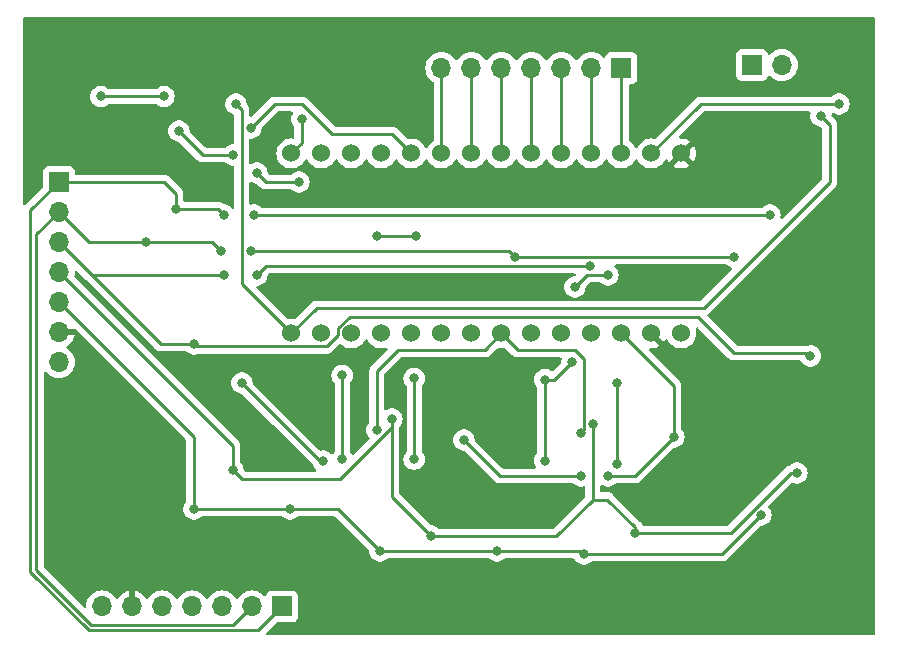
<source format=gbr>
%TF.GenerationSoftware,KiCad,Pcbnew,7.0.6-0*%
%TF.CreationDate,2024-01-17T10:18:31-05:00*%
%TF.ProjectId,channels1,6368616e-6e65-46c7-9331-2e6b69636164,rev?*%
%TF.SameCoordinates,Original*%
%TF.FileFunction,Copper,L2,Bot*%
%TF.FilePolarity,Positive*%
%FSLAX46Y46*%
G04 Gerber Fmt 4.6, Leading zero omitted, Abs format (unit mm)*
G04 Created by KiCad (PCBNEW 7.0.6-0) date 2024-01-17 10:18:31*
%MOMM*%
%LPD*%
G01*
G04 APERTURE LIST*
%TA.AperFunction,ComponentPad*%
%ADD10R,1.700000X1.700000*%
%TD*%
%TA.AperFunction,ComponentPad*%
%ADD11O,1.700000X1.700000*%
%TD*%
%TA.AperFunction,ComponentPad*%
%ADD12C,1.530000*%
%TD*%
%TA.AperFunction,ViaPad*%
%ADD13C,0.800000*%
%TD*%
%TA.AperFunction,Conductor*%
%ADD14C,0.250000*%
%TD*%
G04 APERTURE END LIST*
D10*
%TO.P,J2,1,Pin_1*%
%TO.N,+5 V*%
X127107000Y-124968000D03*
D11*
%TO.P,J2,2,Pin_2*%
%TO.N,+15V*%
X124567000Y-124968000D03*
%TO.P,J2,3,Pin_3*%
%TO.N,-15V*%
X122027000Y-124968000D03*
%TO.P,J2,4,Pin_4*%
%TO.N,+34 V*%
X119487000Y-124968000D03*
%TO.P,J2,5,Pin_5*%
%TO.N,-34 V*%
X116947000Y-124968000D03*
%TO.P,J2,6,Pin_6*%
%TO.N,GND*%
X114407000Y-124968000D03*
%TO.P,J2,7,Pin_7*%
%TO.N,+3.3V*%
X111867000Y-124968000D03*
%TD*%
D10*
%TO.P,J1,1,Pin_1*%
%TO.N,+5 V*%
X108204000Y-89027000D03*
D11*
%TO.P,J1,2,Pin_2*%
%TO.N,+15V*%
X108204000Y-91567000D03*
%TO.P,J1,3,Pin_3*%
%TO.N,-15V*%
X108204000Y-94107000D03*
%TO.P,J1,4,Pin_4*%
%TO.N,+34 V*%
X108204000Y-96647000D03*
%TO.P,J1,5,Pin_5*%
%TO.N,-34 V*%
X108204000Y-99187000D03*
%TO.P,J1,6,Pin_6*%
%TO.N,GND*%
X108204000Y-101727000D03*
%TO.P,J1,7,Pin_7*%
%TO.N,+3.3V*%
X108204000Y-104267000D03*
%TD*%
D12*
%TO.P,U1,0,0*%
%TO.N,CsADC1*%
X158369000Y-86614000D03*
%TO.P,U1,1,1*%
%TO.N,E_control*%
X155829000Y-86614000D03*
%TO.P,U1,2,2*%
%TO.N,D_control*%
X153289000Y-86614000D03*
%TO.P,U1,3,3*%
%TO.N,S0*%
X150749000Y-86614000D03*
%TO.P,U1,3.3V_2,3.3V_2*%
%TO.N,+3.3V*%
X155829000Y-101854000D03*
%TO.P,U1,4,4*%
%TO.N,S1*%
X148209000Y-86614000D03*
%TO.P,U1,5,5*%
%TO.N,S2*%
X145669000Y-86614000D03*
%TO.P,U1,6,6*%
%TO.N,S3*%
X143129000Y-86614000D03*
%TO.P,U1,7,7*%
%TO.N,S*%
X140589000Y-86614000D03*
%TO.P,U1,8,8*%
%TO.N,CsADC2*%
X138049000Y-86614000D03*
%TO.P,U1,9,9*%
%TO.N,unconnected-(U1-Pad9)*%
X135509000Y-86614000D03*
%TO.P,U1,10,10*%
%TO.N,CsDAC*%
X132969000Y-86614000D03*
%TO.P,U1,11,11*%
%TO.N,Din*%
X130429000Y-86614000D03*
%TO.P,U1,12,12*%
%TO.N,Dout*%
X127889000Y-86614000D03*
%TO.P,U1,13,13*%
%TO.N,Sclk*%
X127889000Y-101854000D03*
%TO.P,U1,14,14*%
%TO.N,unconnected-(U1-Pad14)*%
X130429000Y-101854000D03*
%TO.P,U1,15,15*%
%TO.N,unconnected-(U1-Pad15)*%
X132969000Y-101854000D03*
%TO.P,U1,16,16*%
%TO.N,unconnected-(U1-Pad16)*%
X135509000Y-101854000D03*
%TO.P,U1,17,17*%
%TO.N,unconnected-(U1-Pad17)*%
X138049000Y-101854000D03*
%TO.P,U1,18,18*%
%TO.N,unconnected-(U1-Pad18)*%
X140589000Y-101854000D03*
%TO.P,U1,19,19*%
%TO.N,current mode*%
X143129000Y-101854000D03*
%TO.P,U1,20,20*%
%TO.N,voltage mode*%
X145669000Y-101854000D03*
%TO.P,U1,21,21*%
%TO.N,unconnected-(U1-Pad21)*%
X148209000Y-101854000D03*
%TO.P,U1,22,22*%
%TO.N,unconnected-(U1-Pad22)*%
X150749000Y-101854000D03*
%TO.P,U1,23,23*%
%TO.N,unconnected-(U1-Pad23)*%
X153289000Y-101854000D03*
%TO.P,U1,G1,G1*%
%TO.N,GND*%
X160909000Y-86614000D03*
%TO.P,U1,G3,G3*%
X158369000Y-101854000D03*
%TO.P,U1,VIN,VIN*%
%TO.N,+5 V*%
X160909000Y-101854000D03*
%TD*%
D10*
%TO.P,J4,1,Pin_1*%
%TO.N,CSOutput2*%
X166878000Y-79121000D03*
D11*
%TO.P,J4,2,Pin_2*%
%TO.N,CSOutput1*%
X169418000Y-79121000D03*
%TD*%
D10*
%TO.P,J3,1,Pin_1*%
%TO.N,E_control*%
X155829000Y-79375000D03*
D11*
%TO.P,J3,2,Pin_2*%
%TO.N,D_control*%
X153289000Y-79375000D03*
%TO.P,J3,3,Pin_3*%
%TO.N,S0*%
X150749000Y-79375000D03*
%TO.P,J3,4,Pin_4*%
%TO.N,S1*%
X148209000Y-79375000D03*
%TO.P,J3,5,Pin_5*%
%TO.N,S2*%
X145669000Y-79375000D03*
%TO.P,J3,6,Pin_6*%
%TO.N,S3*%
X143129000Y-79375000D03*
%TO.P,J3,7,Pin_7*%
%TO.N,S*%
X140589000Y-79375000D03*
%TD*%
D13*
%TO.N,GND*%
X146558000Y-97409000D03*
X127254000Y-90551000D03*
X171196000Y-85725000D03*
X128524000Y-112395000D03*
X171708299Y-112390701D03*
X107696000Y-77851000D03*
X106680000Y-76581000D03*
X107696000Y-76581000D03*
X172974000Y-124333000D03*
X143256000Y-105283000D03*
X173990000Y-123317000D03*
X152146000Y-89027000D03*
X142494000Y-113411000D03*
X175133000Y-79248000D03*
X146304000Y-121793000D03*
X146054299Y-104008701D03*
X148336000Y-98425000D03*
X128016000Y-119761000D03*
X126492000Y-111379000D03*
X175133000Y-80264000D03*
X161798000Y-79375000D03*
X166878000Y-97917000D03*
X153416000Y-89027000D03*
X131318000Y-90043000D03*
X159004000Y-114935000D03*
X174244000Y-93853000D03*
X106680000Y-77851000D03*
X173990000Y-124333000D03*
X112522000Y-112903000D03*
X176149000Y-79248000D03*
X146304000Y-111887000D03*
X172974000Y-123317000D03*
X176149000Y-80264000D03*
%TO.N,+3.3V*%
X151892000Y-97917000D03*
X122936000Y-86741000D03*
X128524000Y-89027000D03*
X111760000Y-81788000D03*
X152400000Y-113919000D03*
X160274000Y-110617000D03*
X154686000Y-96901000D03*
X117094000Y-81788000D03*
X118364000Y-84709000D03*
X154686000Y-113919000D03*
X124968000Y-88265000D03*
X135128000Y-93599000D03*
X142494000Y-110871000D03*
X138430000Y-93599000D03*
%TO.N,-15V*%
X153162000Y-96139000D03*
X171831000Y-103759000D03*
X122174000Y-96901000D03*
X124968000Y-96901000D03*
X119634000Y-102743000D03*
%TO.N,+15V*%
X165354000Y-95377000D03*
X115570000Y-94107000D03*
X121920000Y-94869000D03*
X146812000Y-95377000D03*
X124460000Y-94869000D03*
%TO.N,-34 V*%
X152654000Y-120523000D03*
X119634000Y-116713000D03*
X127762000Y-116713000D03*
X135382000Y-120269000D03*
X145288000Y-120269000D03*
X167644299Y-117225299D03*
%TO.N,+34 V*%
X157009500Y-118745000D03*
X122936000Y-113411000D03*
X170688000Y-113665000D03*
X136398000Y-109093000D03*
X153416000Y-109556500D03*
X139700000Y-118999000D03*
%TO.N,+5 V*%
X124714000Y-91821000D03*
X168402000Y-91821000D03*
X122174000Y-91821000D03*
X118110000Y-91313000D03*
%TO.N,Dout*%
X128778000Y-83693000D03*
%TO.N,Sclk*%
X123190000Y-82423000D03*
X172720354Y-83438647D03*
%TO.N,DAC Out 2*%
X132190000Y-105395000D03*
X132190000Y-112507000D03*
%TO.N,DAC Out 1*%
X149352000Y-105750000D03*
X151642299Y-104262701D03*
X149352000Y-112608000D03*
%TO.N,voltage mode*%
X152400000Y-110281000D03*
X135128000Y-110027000D03*
%TO.N,channel1*%
X155448000Y-106004000D03*
X155448000Y-112862000D03*
%TO.N,channel2*%
X130556000Y-112649000D03*
X138286000Y-112507000D03*
X123698000Y-106045000D03*
X138286000Y-105649000D03*
%TO.N,CsADC1*%
X174244000Y-82423000D03*
%TO.N,CsADC2*%
X124460000Y-84455000D03*
%TD*%
D14*
%TO.N,GND*%
X146558000Y-97409000D02*
X148082000Y-97409000D01*
X148336000Y-97663000D02*
X148336000Y-98425000D01*
X148082000Y-97409000D02*
X148336000Y-97663000D01*
%TO.N,+3.3V*%
X154686000Y-96901000D02*
X152908000Y-96901000D01*
X124968000Y-88265000D02*
X125730000Y-89027000D01*
X160274000Y-106299000D02*
X160274000Y-110617000D01*
X152400000Y-113919000D02*
X145542000Y-113919000D01*
X135128000Y-93599000D02*
X138430000Y-93599000D01*
X145542000Y-113919000D02*
X142494000Y-110871000D01*
X152908000Y-96901000D02*
X151892000Y-97917000D01*
X122936000Y-86741000D02*
X120396000Y-86741000D01*
X111760000Y-81788000D02*
X117094000Y-81788000D01*
X125730000Y-89027000D02*
X128524000Y-89027000D01*
X160274000Y-110617000D02*
X156972000Y-113919000D01*
X120396000Y-86741000D02*
X118364000Y-84709000D01*
X156972000Y-113919000D02*
X154686000Y-113919000D01*
X155829000Y-101854000D02*
X160274000Y-106299000D01*
%TO.N,-15V*%
X125730000Y-96139000D02*
X153162000Y-96139000D01*
X119835000Y-102944000D02*
X119634000Y-102743000D01*
X110998000Y-96901000D02*
X122174000Y-96901000D01*
X130880493Y-102944000D02*
X119835000Y-102944000D01*
X171577000Y-103505000D02*
X165354000Y-103505000D01*
X131879000Y-101945493D02*
X130880493Y-102944000D01*
X132824507Y-100457000D02*
X131879000Y-101402507D01*
X108204000Y-94107000D02*
X110998000Y-96901000D01*
X131879000Y-101402507D02*
X131879000Y-101945493D01*
X171831000Y-103759000D02*
X171577000Y-103505000D01*
X108204000Y-94107000D02*
X116840000Y-102743000D01*
X162306000Y-100457000D02*
X132824507Y-100457000D01*
X124968000Y-96901000D02*
X125730000Y-96139000D01*
X116840000Y-102743000D02*
X119634000Y-102743000D01*
X165354000Y-103505000D02*
X162306000Y-100457000D01*
%TO.N,+15V*%
X146304000Y-94869000D02*
X146812000Y-95377000D01*
X124460000Y-94869000D02*
X146304000Y-94869000D01*
X108204000Y-91567000D02*
X110744000Y-94107000D01*
X122985000Y-126550000D02*
X110929000Y-126550000D01*
X110929000Y-126550000D02*
X106299000Y-121920000D01*
X106299000Y-121920000D02*
X106299000Y-93472000D01*
X115570000Y-94107000D02*
X121158000Y-94107000D01*
X146812000Y-95377000D02*
X165354000Y-95377000D01*
X110744000Y-94107000D02*
X115570000Y-94107000D01*
X106299000Y-93472000D02*
X108204000Y-91567000D01*
X124567000Y-124968000D02*
X122985000Y-126550000D01*
X121158000Y-94107000D02*
X121920000Y-94869000D01*
%TO.N,-34 V*%
X131826000Y-116713000D02*
X135382000Y-120269000D01*
X152400000Y-120269000D02*
X152654000Y-120523000D01*
X119634000Y-116713000D02*
X127762000Y-116713000D01*
X164346598Y-120523000D02*
X167644299Y-117225299D01*
X135382000Y-120269000D02*
X145288000Y-120269000D01*
X119634000Y-110617000D02*
X119634000Y-116713000D01*
X127762000Y-116713000D02*
X131826000Y-116713000D01*
X108204000Y-99187000D02*
X119634000Y-110617000D01*
X145288000Y-120269000D02*
X152400000Y-120269000D01*
X152654000Y-120523000D02*
X164346598Y-120523000D01*
%TO.N,+34 V*%
X170180000Y-113665000D02*
X165100000Y-118745000D01*
X132007305Y-114173000D02*
X136398000Y-109782305D01*
X139700000Y-118999000D02*
X136398000Y-115697000D01*
X170688000Y-113665000D02*
X170180000Y-113665000D01*
X136398000Y-109601000D02*
X136398000Y-109093000D01*
X157009500Y-118274500D02*
X154654305Y-115919305D01*
X139700000Y-118999000D02*
X150336305Y-118999000D01*
X123698000Y-114173000D02*
X132007305Y-114173000D01*
X154654305Y-115919305D02*
X153416000Y-115919305D01*
X136398000Y-109782305D02*
X136398000Y-109601000D01*
X122936000Y-113411000D02*
X123698000Y-114173000D01*
X157009500Y-118745000D02*
X157009500Y-118274500D01*
X165100000Y-118745000D02*
X157009500Y-118745000D01*
X122936000Y-111379000D02*
X122936000Y-113411000D01*
X150336305Y-118999000D02*
X153416000Y-115919305D01*
X153416000Y-115919305D02*
X153416000Y-109556500D01*
X108204000Y-96647000D02*
X122936000Y-111379000D01*
X136398000Y-115697000D02*
X136398000Y-109601000D01*
%TO.N,+5 V*%
X110742604Y-127000000D02*
X105791000Y-122048396D01*
X118110000Y-91313000D02*
X121666000Y-91313000D01*
X108204000Y-89027000D02*
X117094000Y-89027000D01*
X118110000Y-90043000D02*
X118110000Y-91313000D01*
X124714000Y-91821000D02*
X168402000Y-91821000D01*
X127107000Y-124968000D02*
X125075000Y-127000000D01*
X117094000Y-89027000D02*
X118110000Y-90043000D01*
X105791000Y-91440000D02*
X108204000Y-89027000D01*
X121666000Y-91313000D02*
X122174000Y-91821000D01*
X105791000Y-122048396D02*
X105791000Y-91440000D01*
X125075000Y-127000000D02*
X110742604Y-127000000D01*
%TO.N,Dout*%
X128778000Y-85725000D02*
X128778000Y-83693000D01*
X127889000Y-86614000D02*
X128778000Y-85725000D01*
%TO.N,Sclk*%
X123698000Y-97663000D02*
X123698000Y-82931000D01*
X173482000Y-84200293D02*
X173482000Y-89027000D01*
X173482000Y-89027000D02*
X162814000Y-99695000D01*
X172720354Y-83438647D02*
X173482000Y-84200293D01*
X127889000Y-101854000D02*
X123698000Y-97663000D01*
X123698000Y-82931000D02*
X123190000Y-82423000D01*
X130048000Y-99695000D02*
X127889000Y-101854000D01*
X162814000Y-99695000D02*
X130048000Y-99695000D01*
%TO.N,DAC Out 2*%
X132190000Y-105395000D02*
X132190000Y-112507000D01*
%TO.N,DAC Out 1*%
X150155000Y-105750000D02*
X151642299Y-104262701D01*
X149352000Y-105750000D02*
X150155000Y-105750000D01*
X149352000Y-112608000D02*
X149352000Y-105750000D01*
%TO.N,voltage mode*%
X136906000Y-103251000D02*
X135128000Y-105029000D01*
X147066000Y-103251000D02*
X151892000Y-103251000D01*
X135128000Y-105029000D02*
X135128000Y-110027000D01*
X145669000Y-101854000D02*
X144272000Y-103251000D01*
X152654000Y-110027000D02*
X152400000Y-110281000D01*
X145669000Y-101854000D02*
X147066000Y-103251000D01*
X152654000Y-104013000D02*
X152654000Y-110027000D01*
X144272000Y-103251000D02*
X136906000Y-103251000D01*
X151892000Y-103251000D02*
X152654000Y-104013000D01*
%TO.N,channel1*%
X155448000Y-112862000D02*
X155448000Y-106004000D01*
%TO.N,channel2*%
X130302000Y-112649000D02*
X130556000Y-112649000D01*
X138286000Y-105649000D02*
X138286000Y-112507000D01*
X123698000Y-106045000D02*
X130302000Y-112649000D01*
%TO.N,CsADC1*%
X162560000Y-82423000D02*
X174244000Y-82423000D01*
X158369000Y-86614000D02*
X162560000Y-82423000D01*
%TO.N,CsADC2*%
X128778000Y-82423000D02*
X131318000Y-84963000D01*
X136398000Y-84963000D02*
X138049000Y-86614000D01*
X124460000Y-84455000D02*
X126492000Y-82423000D01*
X131318000Y-84963000D02*
X136398000Y-84963000D01*
X126492000Y-82423000D02*
X128778000Y-82423000D01*
%TO.N,E_control*%
X155829000Y-86614000D02*
X155829000Y-79375000D01*
%TO.N,D_control*%
X153289000Y-86614000D02*
X153289000Y-79375000D01*
%TO.N,S*%
X140589000Y-86614000D02*
X140589000Y-79375000D01*
%TO.N,S3*%
X143129000Y-86614000D02*
X143129000Y-79375000D01*
%TO.N,S2*%
X145669000Y-86614000D02*
X145669000Y-79375000D01*
%TO.N,S1*%
X148209000Y-86614000D02*
X148209000Y-79375000D01*
%TO.N,S0*%
X150749000Y-86614000D02*
X150749000Y-79375000D01*
%TD*%
%TA.AperFunction,Conductor*%
%TO.N,GND*%
G36*
X128516909Y-111748500D02*
G01*
X129680396Y-112911987D01*
X129710646Y-112961349D01*
X129728819Y-113017280D01*
X129728821Y-113017284D01*
X129794000Y-113130177D01*
X129794000Y-113547500D01*
X124008452Y-113547500D01*
X123952000Y-113530923D01*
X123952000Y-109601000D01*
X126369410Y-109601000D01*
X128516909Y-111748500D01*
G37*
%TD.AperFunction*%
%TA.AperFunction,Conductor*%
G36*
X129794000Y-111256409D02*
G01*
X128138591Y-109601000D01*
X129794000Y-109601000D01*
X129794000Y-111256409D01*
G37*
%TD.AperFunction*%
%TD*%
%TA.AperFunction,Conductor*%
%TO.N,GND*%
G36*
X144018000Y-111510408D02*
G01*
X143432960Y-110925369D01*
X143399475Y-110864046D01*
X143397323Y-110850668D01*
X143379674Y-110682744D01*
X143321179Y-110502716D01*
X143226533Y-110338784D01*
X143099871Y-110198112D01*
X143099870Y-110198111D01*
X142946734Y-110086851D01*
X142946729Y-110086848D01*
X142773807Y-110009857D01*
X142773802Y-110009855D01*
X142628000Y-109978865D01*
X142588646Y-109970500D01*
X142399354Y-109970500D01*
X142366897Y-109977398D01*
X142214197Y-110009855D01*
X142214192Y-110009857D01*
X142041270Y-110086848D01*
X142041265Y-110086851D01*
X141888129Y-110198111D01*
X141761466Y-110338785D01*
X141666821Y-110502715D01*
X141666818Y-110502722D01*
X141608327Y-110682740D01*
X141608326Y-110682744D01*
X141588540Y-110871000D01*
X141608326Y-111059256D01*
X141608327Y-111059259D01*
X141666818Y-111239277D01*
X141666821Y-111239284D01*
X141761467Y-111403216D01*
X141888128Y-111543888D01*
X141888129Y-111543888D01*
X142041265Y-111655148D01*
X142041270Y-111655151D01*
X142214192Y-111732142D01*
X142214197Y-111732144D01*
X142399354Y-111771500D01*
X142458548Y-111771500D01*
X142525587Y-111791185D01*
X142546228Y-111807818D01*
X144018000Y-113279590D01*
X144018000Y-113919000D01*
X139700000Y-113919000D01*
X139700000Y-104775000D01*
X144018000Y-104775000D01*
X144018000Y-111510408D01*
G37*
%TD.AperFunction*%
%TD*%
%TA.AperFunction,Conductor*%
%TO.N,GND*%
G36*
X177235039Y-75076685D02*
G01*
X177280794Y-75129489D01*
X177292000Y-75181000D01*
X177292000Y-127257000D01*
X177272315Y-127324039D01*
X177219511Y-127369794D01*
X177168000Y-127381000D01*
X125877951Y-127381000D01*
X125810912Y-127361315D01*
X125765157Y-127308511D01*
X125755213Y-127239353D01*
X125784238Y-127175797D01*
X125790270Y-127169319D01*
X126604771Y-126354818D01*
X126666094Y-126321333D01*
X126692452Y-126318499D01*
X128004871Y-126318499D01*
X128004872Y-126318499D01*
X128064483Y-126312091D01*
X128199331Y-126261796D01*
X128314546Y-126175546D01*
X128400796Y-126060331D01*
X128451091Y-125925483D01*
X128457500Y-125865873D01*
X128457499Y-124070128D01*
X128451091Y-124010517D01*
X128449810Y-124007083D01*
X128400797Y-123875671D01*
X128400793Y-123875664D01*
X128314547Y-123760455D01*
X128314544Y-123760452D01*
X128199335Y-123674206D01*
X128199328Y-123674202D01*
X128064482Y-123623908D01*
X128064483Y-123623908D01*
X128004883Y-123617501D01*
X128004881Y-123617500D01*
X128004873Y-123617500D01*
X128004864Y-123617500D01*
X126209129Y-123617500D01*
X126209123Y-123617501D01*
X126149516Y-123623908D01*
X126014671Y-123674202D01*
X126014664Y-123674206D01*
X125899455Y-123760452D01*
X125899452Y-123760455D01*
X125813206Y-123875664D01*
X125813203Y-123875669D01*
X125764189Y-124007083D01*
X125722317Y-124063016D01*
X125656853Y-124087433D01*
X125588580Y-124072581D01*
X125560326Y-124051430D01*
X125438402Y-123929506D01*
X125438395Y-123929501D01*
X125244834Y-123793967D01*
X125244830Y-123793965D01*
X125244828Y-123793964D01*
X125030663Y-123694097D01*
X125030659Y-123694096D01*
X125030655Y-123694094D01*
X124802413Y-123632938D01*
X124802403Y-123632936D01*
X124567001Y-123612341D01*
X124566999Y-123612341D01*
X124331596Y-123632936D01*
X124331586Y-123632938D01*
X124103344Y-123694094D01*
X124103335Y-123694098D01*
X123889171Y-123793964D01*
X123889169Y-123793965D01*
X123695597Y-123929505D01*
X123528505Y-124096597D01*
X123398575Y-124282158D01*
X123343998Y-124325783D01*
X123274500Y-124332977D01*
X123212145Y-124301454D01*
X123195425Y-124282158D01*
X123065494Y-124096597D01*
X122898402Y-123929506D01*
X122898395Y-123929501D01*
X122704834Y-123793967D01*
X122704830Y-123793965D01*
X122704829Y-123793964D01*
X122490663Y-123694097D01*
X122490659Y-123694096D01*
X122490655Y-123694094D01*
X122262413Y-123632938D01*
X122262403Y-123632936D01*
X122027001Y-123612341D01*
X122026999Y-123612341D01*
X121791596Y-123632936D01*
X121791586Y-123632938D01*
X121563344Y-123694094D01*
X121563335Y-123694098D01*
X121349171Y-123793964D01*
X121349169Y-123793965D01*
X121155597Y-123929505D01*
X120988508Y-124096594D01*
X120858574Y-124282159D01*
X120803997Y-124325784D01*
X120734498Y-124332976D01*
X120672144Y-124301454D01*
X120655424Y-124282158D01*
X120525494Y-124096597D01*
X120358402Y-123929506D01*
X120358395Y-123929501D01*
X120164834Y-123793967D01*
X120164830Y-123793965D01*
X120164828Y-123793964D01*
X119950663Y-123694097D01*
X119950659Y-123694096D01*
X119950655Y-123694094D01*
X119722413Y-123632938D01*
X119722403Y-123632936D01*
X119487001Y-123612341D01*
X119486999Y-123612341D01*
X119251596Y-123632936D01*
X119251586Y-123632938D01*
X119023344Y-123694094D01*
X119023335Y-123694098D01*
X118809171Y-123793964D01*
X118809169Y-123793965D01*
X118615597Y-123929505D01*
X118448505Y-124096597D01*
X118318575Y-124282158D01*
X118263998Y-124325783D01*
X118194500Y-124332977D01*
X118132145Y-124301454D01*
X118115425Y-124282158D01*
X117985494Y-124096597D01*
X117818402Y-123929506D01*
X117818395Y-123929501D01*
X117624834Y-123793967D01*
X117624830Y-123793965D01*
X117624830Y-123793964D01*
X117410663Y-123694097D01*
X117410659Y-123694096D01*
X117410655Y-123694094D01*
X117182413Y-123632938D01*
X117182403Y-123632936D01*
X116947001Y-123612341D01*
X116946999Y-123612341D01*
X116711596Y-123632936D01*
X116711586Y-123632938D01*
X116483344Y-123694094D01*
X116483335Y-123694098D01*
X116269171Y-123793964D01*
X116269169Y-123793965D01*
X116075597Y-123929505D01*
X115908508Y-124096594D01*
X115778269Y-124282595D01*
X115723692Y-124326219D01*
X115654193Y-124333412D01*
X115591839Y-124301890D01*
X115575119Y-124282594D01*
X115445113Y-124096926D01*
X115445108Y-124096920D01*
X115278082Y-123929894D01*
X115084578Y-123794399D01*
X114870492Y-123694570D01*
X114870486Y-123694567D01*
X114657000Y-123637364D01*
X114657000Y-124532498D01*
X114549315Y-124483320D01*
X114442763Y-124468000D01*
X114371237Y-124468000D01*
X114264685Y-124483320D01*
X114157000Y-124532498D01*
X114157000Y-123637364D01*
X114156999Y-123637364D01*
X113943513Y-123694567D01*
X113943507Y-123694570D01*
X113729422Y-123794399D01*
X113729420Y-123794400D01*
X113535926Y-123929886D01*
X113535920Y-123929891D01*
X113368891Y-124096920D01*
X113368890Y-124096922D01*
X113238880Y-124282595D01*
X113184303Y-124326219D01*
X113114804Y-124333412D01*
X113052450Y-124301890D01*
X113035730Y-124282594D01*
X112905494Y-124096597D01*
X112738402Y-123929506D01*
X112738395Y-123929501D01*
X112544834Y-123793967D01*
X112544830Y-123793965D01*
X112544830Y-123793964D01*
X112330663Y-123694097D01*
X112330659Y-123694096D01*
X112330655Y-123694094D01*
X112102413Y-123632938D01*
X112102403Y-123632936D01*
X111867001Y-123612341D01*
X111866999Y-123612341D01*
X111631596Y-123632936D01*
X111631586Y-123632938D01*
X111403344Y-123694094D01*
X111403335Y-123694098D01*
X111189171Y-123793964D01*
X111189169Y-123793965D01*
X110995597Y-123929505D01*
X110828505Y-124096597D01*
X110692965Y-124290169D01*
X110692964Y-124290171D01*
X110593098Y-124504335D01*
X110593094Y-124504344D01*
X110531938Y-124732586D01*
X110531936Y-124732596D01*
X110512011Y-124960339D01*
X110486558Y-125025407D01*
X110429967Y-125066386D01*
X110360205Y-125070264D01*
X110300802Y-125037212D01*
X106960819Y-121697228D01*
X106927334Y-121635905D01*
X106924500Y-121609547D01*
X106924500Y-105187488D01*
X106944185Y-105120449D01*
X106996989Y-105074694D01*
X107066147Y-105064750D01*
X107129703Y-105093775D01*
X107150075Y-105116365D01*
X107165500Y-105138395D01*
X107165505Y-105138401D01*
X107332599Y-105305495D01*
X107369184Y-105331112D01*
X107526165Y-105441032D01*
X107526167Y-105441033D01*
X107526170Y-105441035D01*
X107740337Y-105540903D01*
X107968592Y-105602063D01*
X108156918Y-105618539D01*
X108203999Y-105622659D01*
X108204000Y-105622659D01*
X108204001Y-105622659D01*
X108243234Y-105619226D01*
X108439408Y-105602063D01*
X108667663Y-105540903D01*
X108881830Y-105441035D01*
X109075401Y-105305495D01*
X109242495Y-105138401D01*
X109378035Y-104944830D01*
X109477903Y-104730663D01*
X109539063Y-104502408D01*
X109559659Y-104267000D01*
X109539063Y-104031592D01*
X109480960Y-103814746D01*
X109477905Y-103803344D01*
X109477904Y-103803343D01*
X109477903Y-103803337D01*
X109378035Y-103589171D01*
X109372602Y-103581411D01*
X109242494Y-103395597D01*
X109075402Y-103228506D01*
X109075401Y-103228505D01*
X108889405Y-103098269D01*
X108845781Y-103043692D01*
X108838588Y-102974193D01*
X108870110Y-102911839D01*
X108889405Y-102895119D01*
X109075082Y-102765105D01*
X109242105Y-102598082D01*
X109377600Y-102404578D01*
X109477429Y-102190492D01*
X109477432Y-102190486D01*
X109534636Y-101977000D01*
X108637686Y-101977000D01*
X108663493Y-101936844D01*
X108704000Y-101798889D01*
X108704000Y-101655111D01*
X108663493Y-101517156D01*
X108637686Y-101477000D01*
X109558048Y-101477000D01*
X109625087Y-101496685D01*
X109645729Y-101513319D01*
X118972182Y-110839772D01*
X119005666Y-110901093D01*
X119008500Y-110927451D01*
X119008500Y-116014312D01*
X118988815Y-116081351D01*
X118976650Y-116097284D01*
X118901466Y-116180784D01*
X118806821Y-116344715D01*
X118806818Y-116344722D01*
X118766398Y-116469123D01*
X118748326Y-116524744D01*
X118728540Y-116713000D01*
X118748326Y-116901256D01*
X118748327Y-116901259D01*
X118806818Y-117081277D01*
X118806821Y-117081284D01*
X118901467Y-117245216D01*
X119003185Y-117358185D01*
X119028129Y-117385888D01*
X119181265Y-117497148D01*
X119181270Y-117497151D01*
X119354192Y-117574142D01*
X119354197Y-117574144D01*
X119539354Y-117613500D01*
X119539355Y-117613500D01*
X119728644Y-117613500D01*
X119728646Y-117613500D01*
X119913803Y-117574144D01*
X120086730Y-117497151D01*
X120239871Y-117385888D01*
X120242788Y-117382647D01*
X120245600Y-117379526D01*
X120305087Y-117342879D01*
X120337748Y-117338500D01*
X127058252Y-117338500D01*
X127125291Y-117358185D01*
X127150400Y-117379526D01*
X127156126Y-117385885D01*
X127156130Y-117385889D01*
X127309265Y-117497148D01*
X127309270Y-117497151D01*
X127482192Y-117574142D01*
X127482197Y-117574144D01*
X127667354Y-117613500D01*
X127667355Y-117613500D01*
X127856644Y-117613500D01*
X127856646Y-117613500D01*
X128041803Y-117574144D01*
X128214730Y-117497151D01*
X128367871Y-117385888D01*
X128370788Y-117382647D01*
X128373600Y-117379526D01*
X128433087Y-117342879D01*
X128465748Y-117338500D01*
X131515548Y-117338500D01*
X131582587Y-117358185D01*
X131603229Y-117374819D01*
X134443038Y-120214629D01*
X134476523Y-120275952D01*
X134478678Y-120289348D01*
X134486968Y-120368227D01*
X134496326Y-120457256D01*
X134496327Y-120457259D01*
X134554818Y-120637277D01*
X134554821Y-120637284D01*
X134649467Y-120801216D01*
X134751185Y-120914185D01*
X134776129Y-120941888D01*
X134929265Y-121053148D01*
X134929270Y-121053151D01*
X135102192Y-121130142D01*
X135102197Y-121130144D01*
X135287354Y-121169500D01*
X135287355Y-121169500D01*
X135476644Y-121169500D01*
X135476646Y-121169500D01*
X135661803Y-121130144D01*
X135834730Y-121053151D01*
X135987871Y-120941888D01*
X135990788Y-120938647D01*
X135993600Y-120935526D01*
X136053087Y-120898879D01*
X136085748Y-120894500D01*
X144584252Y-120894500D01*
X144651291Y-120914185D01*
X144676400Y-120935526D01*
X144682126Y-120941885D01*
X144682130Y-120941889D01*
X144835265Y-121053148D01*
X144835270Y-121053151D01*
X145008192Y-121130142D01*
X145008197Y-121130144D01*
X145193354Y-121169500D01*
X145193355Y-121169500D01*
X145382644Y-121169500D01*
X145382646Y-121169500D01*
X145567803Y-121130144D01*
X145740730Y-121053151D01*
X145893871Y-120941888D01*
X145896788Y-120938647D01*
X145899600Y-120935526D01*
X145959087Y-120898879D01*
X145991748Y-120894500D01*
X151757086Y-120894500D01*
X151824125Y-120914185D01*
X151864473Y-120956500D01*
X151921465Y-121055214D01*
X152048129Y-121195888D01*
X152201265Y-121307148D01*
X152201270Y-121307151D01*
X152374192Y-121384142D01*
X152374197Y-121384144D01*
X152559354Y-121423500D01*
X152559355Y-121423500D01*
X152748644Y-121423500D01*
X152748646Y-121423500D01*
X152933803Y-121384144D01*
X153106730Y-121307151D01*
X153259871Y-121195888D01*
X153262788Y-121192647D01*
X153265600Y-121189526D01*
X153325087Y-121152879D01*
X153357748Y-121148500D01*
X164263855Y-121148500D01*
X164279475Y-121150224D01*
X164279502Y-121149939D01*
X164287258Y-121150671D01*
X164287265Y-121150673D01*
X164356412Y-121148500D01*
X164385948Y-121148500D01*
X164392826Y-121147630D01*
X164398639Y-121147172D01*
X164445225Y-121145709D01*
X164464467Y-121140117D01*
X164483510Y-121136174D01*
X164503390Y-121133664D01*
X164546720Y-121116507D01*
X164552244Y-121114617D01*
X164555994Y-121113527D01*
X164596988Y-121101618D01*
X164614227Y-121091422D01*
X164631701Y-121082862D01*
X164650325Y-121075488D01*
X164650325Y-121075487D01*
X164650330Y-121075486D01*
X164688047Y-121048082D01*
X164692903Y-121044892D01*
X164733018Y-121021170D01*
X164747187Y-121006999D01*
X164761977Y-120994368D01*
X164778185Y-120982594D01*
X164807897Y-120946676D01*
X164811810Y-120942376D01*
X167592070Y-118162118D01*
X167653394Y-118128633D01*
X167679752Y-118125799D01*
X167738943Y-118125799D01*
X167738945Y-118125799D01*
X167924102Y-118086443D01*
X168097029Y-118009450D01*
X168250170Y-117898187D01*
X168376832Y-117757515D01*
X168471478Y-117593583D01*
X168529973Y-117413555D01*
X168549759Y-117225299D01*
X168529973Y-117037043D01*
X168471478Y-116857015D01*
X168376832Y-116693083D01*
X168294323Y-116601448D01*
X168264094Y-116538458D01*
X168272719Y-116469123D01*
X168298790Y-116430799D01*
X170206263Y-114523326D01*
X170267584Y-114489843D01*
X170337276Y-114494827D01*
X170344378Y-114497730D01*
X170408192Y-114526142D01*
X170408197Y-114526144D01*
X170593354Y-114565500D01*
X170593355Y-114565500D01*
X170782644Y-114565500D01*
X170782646Y-114565500D01*
X170967803Y-114526144D01*
X171140730Y-114449151D01*
X171293871Y-114337888D01*
X171420533Y-114197216D01*
X171515179Y-114033284D01*
X171573674Y-113853256D01*
X171593460Y-113665000D01*
X171573674Y-113476744D01*
X171515179Y-113296716D01*
X171420533Y-113132784D01*
X171293871Y-112992112D01*
X171281222Y-112982922D01*
X171140734Y-112880851D01*
X171140729Y-112880848D01*
X170967807Y-112803857D01*
X170967802Y-112803855D01*
X170822000Y-112772865D01*
X170782646Y-112764500D01*
X170593354Y-112764500D01*
X170560897Y-112771398D01*
X170408197Y-112803855D01*
X170408192Y-112803857D01*
X170235270Y-112880848D01*
X170235265Y-112880851D01*
X170082132Y-112992109D01*
X170047165Y-113030943D01*
X170000659Y-113063263D01*
X169979883Y-113071488D01*
X169974358Y-113073380D01*
X169929613Y-113086380D01*
X169929610Y-113086381D01*
X169912366Y-113096579D01*
X169894905Y-113105133D01*
X169876274Y-113112510D01*
X169876262Y-113112517D01*
X169838570Y-113139902D01*
X169833687Y-113143109D01*
X169793580Y-113166829D01*
X169779414Y-113180995D01*
X169764624Y-113193627D01*
X169748414Y-113205404D01*
X169748411Y-113205407D01*
X169718710Y-113241309D01*
X169714777Y-113245631D01*
X164877228Y-118083181D01*
X164815905Y-118116666D01*
X164789547Y-118119500D01*
X157713248Y-118119500D01*
X157646209Y-118099815D01*
X157621091Y-118078464D01*
X157614720Y-118071387D01*
X157592162Y-118030855D01*
X157591214Y-118031266D01*
X157588119Y-118024114D01*
X157588118Y-118024110D01*
X157577919Y-118006865D01*
X157569363Y-117989401D01*
X157561986Y-117970768D01*
X157534579Y-117933045D01*
X157531388Y-117928186D01*
X157507672Y-117888083D01*
X157507665Y-117888074D01*
X157493506Y-117873915D01*
X157480868Y-117859119D01*
X157469094Y-117842913D01*
X157433188Y-117813209D01*
X157428876Y-117809286D01*
X155155108Y-115535517D01*
X155145285Y-115523255D01*
X155145064Y-115523439D01*
X155140091Y-115517428D01*
X155140090Y-115517428D01*
X155089669Y-115470078D01*
X155079224Y-115459633D01*
X155068780Y-115449188D01*
X155063291Y-115444930D01*
X155058866Y-115441152D01*
X155024887Y-115409243D01*
X155024885Y-115409241D01*
X155024882Y-115409240D01*
X155007334Y-115399593D01*
X154991068Y-115388909D01*
X154975238Y-115376630D01*
X154932473Y-115358123D01*
X154927227Y-115355553D01*
X154886398Y-115333108D01*
X154886397Y-115333107D01*
X154866998Y-115328127D01*
X154848586Y-115321823D01*
X154830203Y-115313867D01*
X154830197Y-115313865D01*
X154784179Y-115306577D01*
X154778457Y-115305392D01*
X154733326Y-115293805D01*
X154733324Y-115293805D01*
X154713289Y-115293805D01*
X154693891Y-115292278D01*
X154686467Y-115291102D01*
X154674110Y-115289145D01*
X154674109Y-115289145D01*
X154627721Y-115293530D01*
X154621883Y-115293805D01*
X154165500Y-115293805D01*
X154098461Y-115274120D01*
X154052706Y-115221316D01*
X154041500Y-115169805D01*
X154041500Y-114807185D01*
X154061185Y-114740146D01*
X154113989Y-114694391D01*
X154183147Y-114684447D01*
X154226373Y-114702087D01*
X154227637Y-114699899D01*
X154233270Y-114703151D01*
X154406192Y-114780142D01*
X154406197Y-114780144D01*
X154591354Y-114819500D01*
X154591355Y-114819500D01*
X154780644Y-114819500D01*
X154780646Y-114819500D01*
X154965803Y-114780144D01*
X155138730Y-114703151D01*
X155291871Y-114591888D01*
X155294788Y-114588647D01*
X155297600Y-114585526D01*
X155357087Y-114548879D01*
X155389748Y-114544500D01*
X156889257Y-114544500D01*
X156904877Y-114546224D01*
X156904904Y-114545939D01*
X156912660Y-114546671D01*
X156912667Y-114546673D01*
X156981814Y-114544500D01*
X157011350Y-114544500D01*
X157018228Y-114543630D01*
X157024041Y-114543172D01*
X157070627Y-114541709D01*
X157089869Y-114536117D01*
X157108912Y-114532174D01*
X157128792Y-114529664D01*
X157172122Y-114512507D01*
X157177646Y-114510617D01*
X157181396Y-114509527D01*
X157222390Y-114497618D01*
X157239629Y-114487422D01*
X157257103Y-114478862D01*
X157275727Y-114471488D01*
X157275727Y-114471487D01*
X157275732Y-114471486D01*
X157313449Y-114444082D01*
X157318305Y-114440892D01*
X157358420Y-114417170D01*
X157372589Y-114402999D01*
X157387379Y-114390368D01*
X157403587Y-114378594D01*
X157433299Y-114342676D01*
X157437212Y-114338376D01*
X160221771Y-111553819D01*
X160283095Y-111520334D01*
X160309453Y-111517500D01*
X160368644Y-111517500D01*
X160368646Y-111517500D01*
X160553803Y-111478144D01*
X160726730Y-111401151D01*
X160879871Y-111289888D01*
X161006533Y-111149216D01*
X161101179Y-110985284D01*
X161159674Y-110805256D01*
X161179460Y-110617000D01*
X161159674Y-110428744D01*
X161101179Y-110248716D01*
X161006533Y-110084784D01*
X161006533Y-110084783D01*
X160931350Y-110001284D01*
X160901120Y-109938292D01*
X160899500Y-109918312D01*
X160899500Y-106381737D01*
X160901224Y-106366123D01*
X160900938Y-106366096D01*
X160901672Y-106358333D01*
X160899500Y-106289203D01*
X160899500Y-106259651D01*
X160899500Y-106259650D01*
X160898629Y-106252759D01*
X160898172Y-106246945D01*
X160896709Y-106200373D01*
X160891121Y-106181139D01*
X160887174Y-106162081D01*
X160884664Y-106142208D01*
X160879059Y-106128052D01*
X160867507Y-106098875D01*
X160865614Y-106093346D01*
X160852618Y-106048614D01*
X160852617Y-106048610D01*
X160842420Y-106031368D01*
X160833863Y-106013902D01*
X160826486Y-105995268D01*
X160799083Y-105957550D01*
X160795900Y-105952705D01*
X160772170Y-105912579D01*
X160772165Y-105912573D01*
X160758005Y-105898413D01*
X160745370Y-105883620D01*
X160733593Y-105867412D01*
X160697693Y-105837713D01*
X160693381Y-105833790D01*
X158187356Y-103327765D01*
X158153871Y-103266442D01*
X158158855Y-103196750D01*
X158200727Y-103140817D01*
X158266191Y-103116400D01*
X158285846Y-103116556D01*
X158369000Y-103123832D01*
X158589499Y-103104540D01*
X158589509Y-103104538D01*
X158803300Y-103047254D01*
X158803309Y-103047250D01*
X159003915Y-102953706D01*
X159069342Y-102907894D01*
X158510366Y-102348918D01*
X158514161Y-102348373D01*
X158647562Y-102287451D01*
X158758395Y-102191413D01*
X158837682Y-102068040D01*
X158860132Y-101991580D01*
X159422894Y-102554342D01*
X159468707Y-102488914D01*
X159468708Y-102488912D01*
X159526342Y-102365317D01*
X159572514Y-102312877D01*
X159639707Y-102293725D01*
X159706589Y-102313941D01*
X159751106Y-102365317D01*
X159808858Y-102489167D01*
X159935868Y-102670555D01*
X160092445Y-102827132D01*
X160273833Y-102954142D01*
X160357373Y-102993097D01*
X160474513Y-103047720D01*
X160474515Y-103047720D01*
X160474520Y-103047723D01*
X160688409Y-103105035D01*
X160845973Y-103118820D01*
X160908998Y-103124334D01*
X160909000Y-103124334D01*
X160909002Y-103124334D01*
X160964147Y-103119509D01*
X161129591Y-103105035D01*
X161343480Y-103047723D01*
X161544167Y-102954142D01*
X161725555Y-102827132D01*
X161882132Y-102670555D01*
X162009142Y-102489167D01*
X162102723Y-102288480D01*
X162160035Y-102074591D01*
X162179334Y-101854000D01*
X162160035Y-101633409D01*
X162119569Y-101482389D01*
X162121232Y-101412540D01*
X162160394Y-101354677D01*
X162224623Y-101327173D01*
X162293525Y-101338759D01*
X162327024Y-101362614D01*
X163591143Y-102626734D01*
X164853197Y-103888788D01*
X164863022Y-103901051D01*
X164863243Y-103900869D01*
X164868214Y-103906878D01*
X164876195Y-103914372D01*
X164918635Y-103954226D01*
X164939529Y-103975120D01*
X164945011Y-103979373D01*
X164949443Y-103983157D01*
X164983418Y-104015062D01*
X165000976Y-104024714D01*
X165017233Y-104035393D01*
X165033064Y-104047673D01*
X165052737Y-104056186D01*
X165075833Y-104066182D01*
X165081077Y-104068750D01*
X165121908Y-104091197D01*
X165134523Y-104094435D01*
X165141305Y-104096177D01*
X165159719Y-104102481D01*
X165178104Y-104110438D01*
X165224157Y-104117732D01*
X165229826Y-104118906D01*
X165274981Y-104130500D01*
X165295016Y-104130500D01*
X165314413Y-104132026D01*
X165334196Y-104135160D01*
X165380583Y-104130775D01*
X165386422Y-104130500D01*
X170934086Y-104130500D01*
X171001125Y-104150185D01*
X171041473Y-104192500D01*
X171098465Y-104291214D01*
X171225129Y-104431888D01*
X171378265Y-104543148D01*
X171378270Y-104543151D01*
X171551192Y-104620142D01*
X171551197Y-104620144D01*
X171736354Y-104659500D01*
X171736355Y-104659500D01*
X171925644Y-104659500D01*
X171925646Y-104659500D01*
X172110803Y-104620144D01*
X172283730Y-104543151D01*
X172436871Y-104431888D01*
X172563533Y-104291216D01*
X172658179Y-104127284D01*
X172716674Y-103947256D01*
X172736460Y-103759000D01*
X172716674Y-103570744D01*
X172658179Y-103390716D01*
X172563533Y-103226784D01*
X172436871Y-103086112D01*
X172436870Y-103086111D01*
X172283734Y-102974851D01*
X172283729Y-102974848D01*
X172110807Y-102897857D01*
X172110802Y-102897855D01*
X171965001Y-102866865D01*
X171925646Y-102858500D01*
X171736354Y-102858500D01*
X171692087Y-102867909D01*
X171655196Y-102875750D01*
X171610022Y-102876933D01*
X171596805Y-102874840D01*
X171596804Y-102874840D01*
X171550416Y-102879225D01*
X171544578Y-102879500D01*
X165664452Y-102879500D01*
X165597413Y-102859815D01*
X165576771Y-102843181D01*
X163141496Y-100407905D01*
X163108011Y-100346582D01*
X163112995Y-100276890D01*
X163154867Y-100220957D01*
X163166058Y-100213491D01*
X163200420Y-100193170D01*
X163214589Y-100178999D01*
X163229379Y-100166368D01*
X163245587Y-100154594D01*
X163275299Y-100118676D01*
X163279212Y-100114376D01*
X173865788Y-89527801D01*
X173878042Y-89517986D01*
X173877859Y-89517764D01*
X173883866Y-89512792D01*
X173883877Y-89512786D01*
X173918196Y-89476240D01*
X173931227Y-89462364D01*
X173941671Y-89451918D01*
X173952120Y-89441471D01*
X173956379Y-89435978D01*
X173960152Y-89431561D01*
X173992062Y-89397582D01*
X174001713Y-89380024D01*
X174012396Y-89363761D01*
X174024673Y-89347936D01*
X174043185Y-89305153D01*
X174045738Y-89299941D01*
X174068197Y-89259092D01*
X174073180Y-89239680D01*
X174079481Y-89221280D01*
X174087437Y-89202896D01*
X174094729Y-89156852D01*
X174095906Y-89151171D01*
X174107500Y-89106019D01*
X174107500Y-89085982D01*
X174109027Y-89066582D01*
X174112160Y-89046804D01*
X174107775Y-89000415D01*
X174107500Y-88994577D01*
X174107500Y-84283031D01*
X174109224Y-84267417D01*
X174108938Y-84267390D01*
X174109672Y-84259627D01*
X174107500Y-84190496D01*
X174107500Y-84160944D01*
X174107500Y-84160943D01*
X174106629Y-84154052D01*
X174106172Y-84148238D01*
X174104709Y-84101665D01*
X174099122Y-84082437D01*
X174095174Y-84063377D01*
X174092663Y-84043497D01*
X174075512Y-84000180D01*
X174073619Y-83994651D01*
X174060618Y-83949902D01*
X174060616Y-83949899D01*
X174050423Y-83932664D01*
X174041861Y-83915187D01*
X174034487Y-83896563D01*
X174034486Y-83896561D01*
X174007079Y-83858838D01*
X174003888Y-83853979D01*
X174000266Y-83847855D01*
X173980170Y-83813873D01*
X173980168Y-83813871D01*
X173980165Y-83813867D01*
X173966006Y-83799708D01*
X173953368Y-83784912D01*
X173941594Y-83768706D01*
X173905688Y-83739002D01*
X173901376Y-83735079D01*
X173659314Y-83493016D01*
X173625829Y-83431693D01*
X173623677Y-83418315D01*
X173614615Y-83332097D01*
X173627185Y-83263370D01*
X173674917Y-83212347D01*
X173742658Y-83195229D01*
X173788373Y-83205860D01*
X173791265Y-83207148D01*
X173791270Y-83207151D01*
X173964197Y-83284144D01*
X174149354Y-83323500D01*
X174149355Y-83323500D01*
X174338644Y-83323500D01*
X174338646Y-83323500D01*
X174523803Y-83284144D01*
X174696730Y-83207151D01*
X174849871Y-83095888D01*
X174976533Y-82955216D01*
X175071179Y-82791284D01*
X175129674Y-82611256D01*
X175149460Y-82423000D01*
X175129674Y-82234744D01*
X175071179Y-82054716D01*
X174976533Y-81890784D01*
X174849871Y-81750112D01*
X174849870Y-81750111D01*
X174696734Y-81638851D01*
X174696729Y-81638848D01*
X174523807Y-81561857D01*
X174523802Y-81561855D01*
X174378000Y-81530865D01*
X174338646Y-81522500D01*
X174149354Y-81522500D01*
X174116897Y-81529398D01*
X173964197Y-81561855D01*
X173964192Y-81561857D01*
X173791270Y-81638848D01*
X173791265Y-81638851D01*
X173638130Y-81750110D01*
X173638126Y-81750114D01*
X173632400Y-81756474D01*
X173572913Y-81793121D01*
X173540252Y-81797500D01*
X162642738Y-81797500D01*
X162627121Y-81795776D01*
X162627094Y-81796062D01*
X162619332Y-81795327D01*
X162550204Y-81797500D01*
X162520650Y-81797500D01*
X162519929Y-81797590D01*
X162513757Y-81798369D01*
X162507945Y-81798826D01*
X162461373Y-81800290D01*
X162461372Y-81800290D01*
X162442129Y-81805881D01*
X162423079Y-81809825D01*
X162403211Y-81812334D01*
X162359884Y-81829488D01*
X162354358Y-81831379D01*
X162309614Y-81844379D01*
X162309610Y-81844381D01*
X162292366Y-81854579D01*
X162274905Y-81863133D01*
X162256274Y-81870510D01*
X162256262Y-81870517D01*
X162218570Y-81897902D01*
X162213687Y-81901109D01*
X162173580Y-81924829D01*
X162159414Y-81938995D01*
X162144624Y-81951627D01*
X162128414Y-81963404D01*
X162128411Y-81963407D01*
X162098710Y-81999309D01*
X162094777Y-82003631D01*
X158755243Y-85343164D01*
X158693920Y-85376649D01*
X158635469Y-85375258D01*
X158632498Y-85374462D01*
X158603553Y-85366706D01*
X158589596Y-85362966D01*
X158589592Y-85362965D01*
X158589591Y-85362965D01*
X158589590Y-85362964D01*
X158589585Y-85362964D01*
X158369002Y-85343666D01*
X158368998Y-85343666D01*
X158148414Y-85362964D01*
X158148407Y-85362965D01*
X157934524Y-85420275D01*
X157934513Y-85420279D01*
X157733836Y-85513856D01*
X157733834Y-85513857D01*
X157552444Y-85640868D01*
X157395868Y-85797444D01*
X157268857Y-85978834D01*
X157268856Y-85978836D01*
X157211382Y-86102091D01*
X157165210Y-86154531D01*
X157098017Y-86173683D01*
X157031135Y-86153467D01*
X156986618Y-86102091D01*
X156958050Y-86040828D01*
X156929142Y-85978833D01*
X156802132Y-85797445D01*
X156645555Y-85640868D01*
X156645550Y-85640864D01*
X156645547Y-85640862D01*
X156507376Y-85544112D01*
X156463751Y-85489535D01*
X156454500Y-85442538D01*
X156454500Y-80849499D01*
X156474185Y-80782460D01*
X156526989Y-80736705D01*
X156578500Y-80725499D01*
X156726871Y-80725499D01*
X156726872Y-80725499D01*
X156786483Y-80719091D01*
X156921331Y-80668796D01*
X157036546Y-80582546D01*
X157122796Y-80467331D01*
X157173091Y-80332483D01*
X157179500Y-80272873D01*
X157179500Y-80018870D01*
X165527500Y-80018870D01*
X165527501Y-80018876D01*
X165533908Y-80078483D01*
X165584202Y-80213328D01*
X165584206Y-80213335D01*
X165670452Y-80328544D01*
X165670455Y-80328547D01*
X165785664Y-80414793D01*
X165785671Y-80414797D01*
X165920517Y-80465091D01*
X165920516Y-80465091D01*
X165927444Y-80465835D01*
X165980127Y-80471500D01*
X167775872Y-80471499D01*
X167835483Y-80465091D01*
X167970331Y-80414796D01*
X168085546Y-80328546D01*
X168171796Y-80213331D01*
X168220810Y-80081916D01*
X168262681Y-80025984D01*
X168328145Y-80001566D01*
X168396418Y-80016417D01*
X168424673Y-80037568D01*
X168546599Y-80159495D01*
X168643384Y-80227265D01*
X168740165Y-80295032D01*
X168740167Y-80295033D01*
X168740170Y-80295035D01*
X168954337Y-80394903D01*
X169182592Y-80456063D01*
X169359034Y-80471500D01*
X169417999Y-80476659D01*
X169418000Y-80476659D01*
X169418001Y-80476659D01*
X169476966Y-80471500D01*
X169653408Y-80456063D01*
X169881663Y-80394903D01*
X170095830Y-80295035D01*
X170289401Y-80159495D01*
X170456495Y-79992401D01*
X170592035Y-79798830D01*
X170691903Y-79584663D01*
X170753063Y-79356408D01*
X170773659Y-79121000D01*
X170753063Y-78885592D01*
X170691903Y-78657337D01*
X170592035Y-78443171D01*
X170574072Y-78417516D01*
X170456494Y-78249597D01*
X170289402Y-78082506D01*
X170289395Y-78082501D01*
X170095834Y-77946967D01*
X170095830Y-77946965D01*
X170095828Y-77946964D01*
X169881663Y-77847097D01*
X169881659Y-77847096D01*
X169881655Y-77847094D01*
X169653413Y-77785938D01*
X169653403Y-77785936D01*
X169418001Y-77765341D01*
X169417999Y-77765341D01*
X169182596Y-77785936D01*
X169182586Y-77785938D01*
X168954344Y-77847094D01*
X168954335Y-77847098D01*
X168740171Y-77946964D01*
X168740169Y-77946965D01*
X168546600Y-78082503D01*
X168424673Y-78204430D01*
X168363350Y-78237914D01*
X168293658Y-78232930D01*
X168237725Y-78191058D01*
X168220810Y-78160081D01*
X168171797Y-78028671D01*
X168171793Y-78028664D01*
X168085547Y-77913455D01*
X168085544Y-77913452D01*
X167970335Y-77827206D01*
X167970328Y-77827202D01*
X167835482Y-77776908D01*
X167835483Y-77776908D01*
X167775883Y-77770501D01*
X167775881Y-77770500D01*
X167775873Y-77770500D01*
X167775864Y-77770500D01*
X165980129Y-77770500D01*
X165980123Y-77770501D01*
X165920516Y-77776908D01*
X165785671Y-77827202D01*
X165785664Y-77827206D01*
X165670455Y-77913452D01*
X165670452Y-77913455D01*
X165584206Y-78028664D01*
X165584202Y-78028671D01*
X165533908Y-78163517D01*
X165527501Y-78223116D01*
X165527500Y-78223135D01*
X165527500Y-80018870D01*
X157179500Y-80018870D01*
X157179499Y-78477128D01*
X157173091Y-78417517D01*
X157171810Y-78414083D01*
X157122797Y-78282671D01*
X157122793Y-78282664D01*
X157036547Y-78167455D01*
X157036544Y-78167452D01*
X156921335Y-78081206D01*
X156921328Y-78081202D01*
X156786482Y-78030908D01*
X156786483Y-78030908D01*
X156726883Y-78024501D01*
X156726881Y-78024500D01*
X156726873Y-78024500D01*
X156726864Y-78024500D01*
X154931129Y-78024500D01*
X154931123Y-78024501D01*
X154871516Y-78030908D01*
X154736671Y-78081202D01*
X154736664Y-78081206D01*
X154621455Y-78167452D01*
X154621452Y-78167455D01*
X154535206Y-78282664D01*
X154535203Y-78282669D01*
X154486189Y-78414083D01*
X154444317Y-78470016D01*
X154378853Y-78494433D01*
X154310580Y-78479581D01*
X154282326Y-78458430D01*
X154160402Y-78336506D01*
X154160395Y-78336501D01*
X153966834Y-78200967D01*
X153966830Y-78200965D01*
X153945584Y-78191058D01*
X153752663Y-78101097D01*
X153752659Y-78101096D01*
X153752655Y-78101094D01*
X153524413Y-78039938D01*
X153524403Y-78039936D01*
X153289001Y-78019341D01*
X153288999Y-78019341D01*
X153053596Y-78039936D01*
X153053586Y-78039938D01*
X152825344Y-78101094D01*
X152825335Y-78101098D01*
X152611171Y-78200964D01*
X152611169Y-78200965D01*
X152417597Y-78336505D01*
X152250505Y-78503597D01*
X152120575Y-78689158D01*
X152065998Y-78732783D01*
X151996500Y-78739977D01*
X151934145Y-78708454D01*
X151917425Y-78689158D01*
X151787494Y-78503597D01*
X151620402Y-78336506D01*
X151620395Y-78336501D01*
X151426834Y-78200967D01*
X151426830Y-78200965D01*
X151405584Y-78191058D01*
X151212663Y-78101097D01*
X151212659Y-78101096D01*
X151212655Y-78101094D01*
X150984413Y-78039938D01*
X150984403Y-78039936D01*
X150749001Y-78019341D01*
X150748999Y-78019341D01*
X150513596Y-78039936D01*
X150513586Y-78039938D01*
X150285344Y-78101094D01*
X150285335Y-78101098D01*
X150071171Y-78200964D01*
X150071169Y-78200965D01*
X149877597Y-78336505D01*
X149710505Y-78503597D01*
X149580575Y-78689158D01*
X149525998Y-78732783D01*
X149456500Y-78739977D01*
X149394145Y-78708454D01*
X149377425Y-78689158D01*
X149247494Y-78503597D01*
X149080402Y-78336506D01*
X149080395Y-78336501D01*
X148886834Y-78200967D01*
X148886830Y-78200965D01*
X148865584Y-78191058D01*
X148672663Y-78101097D01*
X148672659Y-78101096D01*
X148672655Y-78101094D01*
X148444413Y-78039938D01*
X148444403Y-78039936D01*
X148209001Y-78019341D01*
X148208999Y-78019341D01*
X147973596Y-78039936D01*
X147973586Y-78039938D01*
X147745344Y-78101094D01*
X147745335Y-78101098D01*
X147531171Y-78200964D01*
X147531169Y-78200965D01*
X147337597Y-78336505D01*
X147170505Y-78503597D01*
X147040575Y-78689158D01*
X146985998Y-78732783D01*
X146916500Y-78739977D01*
X146854145Y-78708454D01*
X146837425Y-78689158D01*
X146707494Y-78503597D01*
X146540402Y-78336506D01*
X146540395Y-78336501D01*
X146346834Y-78200967D01*
X146346830Y-78200965D01*
X146325584Y-78191058D01*
X146132663Y-78101097D01*
X146132659Y-78101096D01*
X146132655Y-78101094D01*
X145904413Y-78039938D01*
X145904403Y-78039936D01*
X145669001Y-78019341D01*
X145668999Y-78019341D01*
X145433596Y-78039936D01*
X145433586Y-78039938D01*
X145205344Y-78101094D01*
X145205335Y-78101098D01*
X144991171Y-78200964D01*
X144991169Y-78200965D01*
X144797597Y-78336505D01*
X144630505Y-78503597D01*
X144500575Y-78689158D01*
X144445998Y-78732783D01*
X144376500Y-78739977D01*
X144314145Y-78708454D01*
X144297425Y-78689158D01*
X144167494Y-78503597D01*
X144000402Y-78336506D01*
X144000395Y-78336501D01*
X143806834Y-78200967D01*
X143806830Y-78200965D01*
X143785584Y-78191058D01*
X143592663Y-78101097D01*
X143592659Y-78101096D01*
X143592655Y-78101094D01*
X143364413Y-78039938D01*
X143364403Y-78039936D01*
X143129001Y-78019341D01*
X143128999Y-78019341D01*
X142893596Y-78039936D01*
X142893586Y-78039938D01*
X142665344Y-78101094D01*
X142665335Y-78101098D01*
X142451171Y-78200964D01*
X142451169Y-78200965D01*
X142257597Y-78336505D01*
X142090505Y-78503597D01*
X141960575Y-78689158D01*
X141905998Y-78732783D01*
X141836500Y-78739977D01*
X141774145Y-78708454D01*
X141757425Y-78689158D01*
X141627494Y-78503597D01*
X141460402Y-78336506D01*
X141460395Y-78336501D01*
X141266834Y-78200967D01*
X141266830Y-78200965D01*
X141245584Y-78191058D01*
X141052663Y-78101097D01*
X141052659Y-78101096D01*
X141052655Y-78101094D01*
X140824413Y-78039938D01*
X140824403Y-78039936D01*
X140589001Y-78019341D01*
X140588999Y-78019341D01*
X140353596Y-78039936D01*
X140353586Y-78039938D01*
X140125344Y-78101094D01*
X140125335Y-78101098D01*
X139911171Y-78200964D01*
X139911169Y-78200965D01*
X139717597Y-78336505D01*
X139550505Y-78503597D01*
X139414965Y-78697169D01*
X139414964Y-78697171D01*
X139315098Y-78911335D01*
X139315094Y-78911344D01*
X139253938Y-79139586D01*
X139253936Y-79139596D01*
X139233341Y-79374999D01*
X139233341Y-79375000D01*
X139253936Y-79610403D01*
X139253938Y-79610413D01*
X139315094Y-79838655D01*
X139315096Y-79838659D01*
X139315097Y-79838663D01*
X139407849Y-80037569D01*
X139414965Y-80052830D01*
X139414967Y-80052834D01*
X139489655Y-80159498D01*
X139550501Y-80246396D01*
X139550506Y-80246402D01*
X139717597Y-80413493D01*
X139717603Y-80413498D01*
X139719457Y-80414796D01*
X139910624Y-80548653D01*
X139954248Y-80603228D01*
X139963500Y-80650226D01*
X139963500Y-85442538D01*
X139943815Y-85509577D01*
X139910624Y-85544112D01*
X139772452Y-85640862D01*
X139772441Y-85640871D01*
X139615868Y-85797444D01*
X139488857Y-85978834D01*
X139488856Y-85978836D01*
X139431382Y-86102091D01*
X139385210Y-86154531D01*
X139318017Y-86173683D01*
X139251135Y-86153467D01*
X139206618Y-86102091D01*
X139178050Y-86040828D01*
X139149142Y-85978833D01*
X139022132Y-85797445D01*
X138865555Y-85640868D01*
X138684167Y-85513858D01*
X138684163Y-85513856D01*
X138483486Y-85420279D01*
X138483475Y-85420275D01*
X138269592Y-85362965D01*
X138269585Y-85362964D01*
X138049002Y-85343666D01*
X138048998Y-85343666D01*
X137913735Y-85355500D01*
X137828409Y-85362965D01*
X137828407Y-85362965D01*
X137828403Y-85362966D01*
X137782528Y-85375258D01*
X137712678Y-85373595D01*
X137662755Y-85343164D01*
X136898803Y-84579212D01*
X136888980Y-84566950D01*
X136888759Y-84567134D01*
X136883786Y-84561123D01*
X136883785Y-84561122D01*
X136833364Y-84513773D01*
X136822919Y-84503328D01*
X136812475Y-84492883D01*
X136806986Y-84488625D01*
X136802561Y-84484847D01*
X136768582Y-84452938D01*
X136768580Y-84452936D01*
X136768577Y-84452935D01*
X136751029Y-84443288D01*
X136734763Y-84432604D01*
X136718936Y-84420327D01*
X136718935Y-84420326D01*
X136718933Y-84420325D01*
X136676168Y-84401818D01*
X136670922Y-84399248D01*
X136630093Y-84376803D01*
X136630092Y-84376802D01*
X136610693Y-84371822D01*
X136592281Y-84365518D01*
X136573898Y-84357562D01*
X136573892Y-84357560D01*
X136527874Y-84350272D01*
X136522152Y-84349087D01*
X136477021Y-84337500D01*
X136477019Y-84337500D01*
X136456984Y-84337500D01*
X136437586Y-84335973D01*
X136430162Y-84334797D01*
X136417805Y-84332840D01*
X136417804Y-84332840D01*
X136371416Y-84337225D01*
X136365578Y-84337500D01*
X131628453Y-84337500D01*
X131561414Y-84317815D01*
X131540772Y-84301181D01*
X129278803Y-82039212D01*
X129268980Y-82026950D01*
X129268759Y-82027134D01*
X129263786Y-82021123D01*
X129245159Y-82003631D01*
X129213364Y-81973773D01*
X129202919Y-81963328D01*
X129192475Y-81952883D01*
X129186986Y-81948625D01*
X129182561Y-81944847D01*
X129148582Y-81912938D01*
X129148580Y-81912936D01*
X129148577Y-81912935D01*
X129131029Y-81903288D01*
X129114763Y-81892604D01*
X129098933Y-81880325D01*
X129056168Y-81861818D01*
X129050922Y-81859248D01*
X129010093Y-81836803D01*
X129010092Y-81836802D01*
X128990693Y-81831822D01*
X128972281Y-81825518D01*
X128953898Y-81817562D01*
X128953892Y-81817560D01*
X128907874Y-81810272D01*
X128902152Y-81809087D01*
X128857021Y-81797500D01*
X128857019Y-81797500D01*
X128836984Y-81797500D01*
X128817586Y-81795973D01*
X128810162Y-81794797D01*
X128797805Y-81792840D01*
X128797804Y-81792840D01*
X128751416Y-81797225D01*
X128745578Y-81797500D01*
X126574743Y-81797500D01*
X126559122Y-81795775D01*
X126559096Y-81796061D01*
X126551334Y-81795327D01*
X126551333Y-81795327D01*
X126482186Y-81797500D01*
X126452649Y-81797500D01*
X126445766Y-81798369D01*
X126439949Y-81798826D01*
X126393373Y-81800290D01*
X126374129Y-81805881D01*
X126355079Y-81809825D01*
X126335211Y-81812334D01*
X126291884Y-81829488D01*
X126286358Y-81831379D01*
X126241614Y-81844379D01*
X126241610Y-81844381D01*
X126224366Y-81854579D01*
X126206905Y-81863133D01*
X126188274Y-81870510D01*
X126188262Y-81870517D01*
X126150570Y-81897902D01*
X126145687Y-81901109D01*
X126105580Y-81924829D01*
X126091414Y-81938995D01*
X126076624Y-81951627D01*
X126060414Y-81963404D01*
X126060411Y-81963407D01*
X126030710Y-81999309D01*
X126026777Y-82003631D01*
X124535180Y-83495228D01*
X124473857Y-83528713D01*
X124404165Y-83523729D01*
X124348232Y-83481857D01*
X124323815Y-83416393D01*
X124323500Y-83407574D01*
X124323500Y-83013736D01*
X124325224Y-82998123D01*
X124324938Y-82998096D01*
X124325672Y-82990333D01*
X124323500Y-82921202D01*
X124323500Y-82891651D01*
X124323500Y-82891650D01*
X124322629Y-82884759D01*
X124322172Y-82878945D01*
X124320709Y-82832374D01*
X124320709Y-82832372D01*
X124315120Y-82813137D01*
X124311174Y-82794084D01*
X124308664Y-82774208D01*
X124291501Y-82730859D01*
X124289614Y-82725346D01*
X124276617Y-82680610D01*
X124276616Y-82680608D01*
X124266421Y-82663369D01*
X124257860Y-82645893D01*
X124250486Y-82627269D01*
X124250486Y-82627267D01*
X124238853Y-82611256D01*
X124223083Y-82589550D01*
X124219900Y-82584705D01*
X124196170Y-82544579D01*
X124196165Y-82544573D01*
X124182005Y-82530413D01*
X124169370Y-82515620D01*
X124157593Y-82499412D01*
X124137330Y-82482649D01*
X124098222Y-82424750D01*
X124093050Y-82400071D01*
X124075674Y-82234744D01*
X124017179Y-82054716D01*
X123922533Y-81890784D01*
X123795871Y-81750112D01*
X123795870Y-81750111D01*
X123642734Y-81638851D01*
X123642729Y-81638848D01*
X123469807Y-81561857D01*
X123469802Y-81561855D01*
X123324000Y-81530865D01*
X123284646Y-81522500D01*
X123095354Y-81522500D01*
X123062897Y-81529398D01*
X122910197Y-81561855D01*
X122910192Y-81561857D01*
X122737270Y-81638848D01*
X122737265Y-81638851D01*
X122584129Y-81750111D01*
X122457466Y-81890785D01*
X122362821Y-82054715D01*
X122362818Y-82054722D01*
X122329819Y-82156284D01*
X122304326Y-82234744D01*
X122284540Y-82423000D01*
X122304326Y-82611256D01*
X122304327Y-82611259D01*
X122362818Y-82791277D01*
X122362821Y-82791284D01*
X122457467Y-82955216D01*
X122559185Y-83068185D01*
X122584129Y-83095888D01*
X122737265Y-83207148D01*
X122737270Y-83207151D01*
X122910191Y-83284142D01*
X122910197Y-83284144D01*
X122974280Y-83297765D01*
X123035762Y-83330957D01*
X123069538Y-83392120D01*
X123072499Y-83419055D01*
X123072500Y-85716500D01*
X123052815Y-85783539D01*
X123000012Y-85829294D01*
X122948500Y-85840500D01*
X122841354Y-85840500D01*
X122808897Y-85847398D01*
X122656197Y-85879855D01*
X122656192Y-85879857D01*
X122483270Y-85956848D01*
X122483265Y-85956851D01*
X122330130Y-86068110D01*
X122330126Y-86068114D01*
X122324400Y-86074474D01*
X122264913Y-86111121D01*
X122232252Y-86115500D01*
X120706452Y-86115500D01*
X120639413Y-86095815D01*
X120618771Y-86079181D01*
X119302960Y-84763369D01*
X119269475Y-84702046D01*
X119267323Y-84688668D01*
X119249674Y-84520744D01*
X119191179Y-84340716D01*
X119096533Y-84176784D01*
X118969871Y-84036112D01*
X118920415Y-84000180D01*
X118816734Y-83924851D01*
X118816729Y-83924848D01*
X118643807Y-83847857D01*
X118643802Y-83847855D01*
X118483896Y-83813867D01*
X118458646Y-83808500D01*
X118269354Y-83808500D01*
X118244104Y-83813867D01*
X118084197Y-83847855D01*
X118084192Y-83847857D01*
X117911270Y-83924848D01*
X117911265Y-83924851D01*
X117758129Y-84036111D01*
X117631466Y-84176785D01*
X117536821Y-84340715D01*
X117536818Y-84340722D01*
X117480591Y-84513773D01*
X117478326Y-84520744D01*
X117458540Y-84709000D01*
X117478326Y-84897256D01*
X117478327Y-84897259D01*
X117536818Y-85077277D01*
X117536821Y-85077284D01*
X117631467Y-85241216D01*
X117741537Y-85363461D01*
X117758129Y-85381888D01*
X117911265Y-85493148D01*
X117911270Y-85493151D01*
X118084192Y-85570142D01*
X118084197Y-85570144D01*
X118269354Y-85609500D01*
X118328548Y-85609500D01*
X118395587Y-85629185D01*
X118416229Y-85645819D01*
X119895197Y-87124788D01*
X119905022Y-87137051D01*
X119905243Y-87136869D01*
X119910214Y-87142878D01*
X119936217Y-87167295D01*
X119960635Y-87190226D01*
X119981529Y-87211120D01*
X119987011Y-87215373D01*
X119991443Y-87219157D01*
X120025418Y-87251062D01*
X120042976Y-87260714D01*
X120059233Y-87271393D01*
X120075064Y-87283673D01*
X120094737Y-87292186D01*
X120117833Y-87302182D01*
X120123077Y-87304750D01*
X120163908Y-87327197D01*
X120176523Y-87330435D01*
X120183305Y-87332177D01*
X120201719Y-87338481D01*
X120220104Y-87346438D01*
X120266157Y-87353732D01*
X120271826Y-87354906D01*
X120316981Y-87366500D01*
X120337016Y-87366500D01*
X120356413Y-87368026D01*
X120376196Y-87371160D01*
X120422583Y-87366775D01*
X120428422Y-87366500D01*
X122232252Y-87366500D01*
X122299291Y-87386185D01*
X122324400Y-87407526D01*
X122330126Y-87413885D01*
X122330130Y-87413889D01*
X122483265Y-87525148D01*
X122483270Y-87525151D01*
X122656192Y-87602142D01*
X122656197Y-87602144D01*
X122841354Y-87641500D01*
X122841355Y-87641500D01*
X122948500Y-87641500D01*
X123015539Y-87661185D01*
X123061294Y-87713989D01*
X123072500Y-87765500D01*
X123072500Y-91150078D01*
X123052815Y-91217117D01*
X123000011Y-91262872D01*
X122930853Y-91272816D01*
X122867297Y-91243791D01*
X122856350Y-91233050D01*
X122779870Y-91148111D01*
X122626734Y-91036851D01*
X122626729Y-91036848D01*
X122453807Y-90959857D01*
X122453802Y-90959855D01*
X122308000Y-90928865D01*
X122268646Y-90920500D01*
X122268645Y-90920500D01*
X122210867Y-90920500D01*
X122143828Y-90900815D01*
X122125984Y-90886893D01*
X122125798Y-90886718D01*
X122101364Y-90863773D01*
X122090919Y-90853328D01*
X122080475Y-90842883D01*
X122074986Y-90838625D01*
X122070561Y-90834847D01*
X122036582Y-90802938D01*
X122036580Y-90802936D01*
X122036577Y-90802935D01*
X122019029Y-90793288D01*
X122002763Y-90782604D01*
X121986933Y-90770325D01*
X121944168Y-90751818D01*
X121938922Y-90749248D01*
X121898093Y-90726803D01*
X121898092Y-90726802D01*
X121878693Y-90721822D01*
X121860281Y-90715518D01*
X121841898Y-90707562D01*
X121841892Y-90707560D01*
X121795874Y-90700272D01*
X121790152Y-90699087D01*
X121745021Y-90687500D01*
X121745019Y-90687500D01*
X121724984Y-90687500D01*
X121705586Y-90685973D01*
X121698162Y-90684797D01*
X121685805Y-90682840D01*
X121685804Y-90682840D01*
X121639416Y-90687225D01*
X121633578Y-90687500D01*
X118859500Y-90687500D01*
X118792461Y-90667815D01*
X118746706Y-90615011D01*
X118735500Y-90563500D01*
X118735500Y-90125742D01*
X118737224Y-90110122D01*
X118736939Y-90110096D01*
X118737671Y-90102340D01*
X118737673Y-90102333D01*
X118735500Y-90033185D01*
X118735500Y-90003650D01*
X118734631Y-89996772D01*
X118734172Y-89990943D01*
X118732709Y-89944372D01*
X118727122Y-89925144D01*
X118723174Y-89906084D01*
X118720664Y-89886208D01*
X118720663Y-89886206D01*
X118720663Y-89886204D01*
X118703512Y-89842887D01*
X118701619Y-89837358D01*
X118688618Y-89792609D01*
X118688616Y-89792606D01*
X118678423Y-89775371D01*
X118669861Y-89757894D01*
X118662487Y-89739270D01*
X118662486Y-89739268D01*
X118635079Y-89701545D01*
X118631888Y-89696686D01*
X118630019Y-89693526D01*
X118608513Y-89657160D01*
X118608172Y-89656583D01*
X118608165Y-89656574D01*
X118594006Y-89642415D01*
X118581368Y-89627619D01*
X118576272Y-89620605D01*
X118569594Y-89611413D01*
X118533688Y-89581709D01*
X118529376Y-89577786D01*
X117594803Y-88643212D01*
X117584980Y-88630950D01*
X117584759Y-88631134D01*
X117579786Y-88625123D01*
X117529364Y-88577773D01*
X117518919Y-88567328D01*
X117508475Y-88556883D01*
X117502986Y-88552625D01*
X117498561Y-88548847D01*
X117464582Y-88516938D01*
X117464580Y-88516936D01*
X117464577Y-88516935D01*
X117447029Y-88507288D01*
X117430763Y-88496604D01*
X117414933Y-88484325D01*
X117372168Y-88465818D01*
X117366922Y-88463248D01*
X117326093Y-88440803D01*
X117326092Y-88440802D01*
X117306693Y-88435822D01*
X117288281Y-88429518D01*
X117269898Y-88421562D01*
X117269892Y-88421560D01*
X117223874Y-88414272D01*
X117218152Y-88413087D01*
X117173021Y-88401500D01*
X117173019Y-88401500D01*
X117152984Y-88401500D01*
X117133586Y-88399973D01*
X117126162Y-88398797D01*
X117113805Y-88396840D01*
X117113804Y-88396840D01*
X117067416Y-88401225D01*
X117061578Y-88401500D01*
X109678499Y-88401500D01*
X109611460Y-88381815D01*
X109565705Y-88329011D01*
X109554499Y-88277500D01*
X109554499Y-88129129D01*
X109554498Y-88129123D01*
X109554497Y-88129116D01*
X109548091Y-88069517D01*
X109497796Y-87934669D01*
X109497795Y-87934668D01*
X109497793Y-87934664D01*
X109411547Y-87819455D01*
X109411544Y-87819452D01*
X109296335Y-87733206D01*
X109296328Y-87733202D01*
X109161482Y-87682908D01*
X109161483Y-87682908D01*
X109101883Y-87676501D01*
X109101881Y-87676500D01*
X109101873Y-87676500D01*
X109101864Y-87676500D01*
X107306129Y-87676500D01*
X107306123Y-87676501D01*
X107246516Y-87682908D01*
X107111671Y-87733202D01*
X107111664Y-87733206D01*
X106996455Y-87819452D01*
X106996452Y-87819455D01*
X106910206Y-87934664D01*
X106910202Y-87934671D01*
X106859908Y-88069517D01*
X106853782Y-88126500D01*
X106853501Y-88129123D01*
X106853500Y-88129135D01*
X106853500Y-89441545D01*
X106833815Y-89508584D01*
X106817181Y-89529226D01*
X105407208Y-90939199D01*
X105394951Y-90949020D01*
X105395134Y-90949241D01*
X105389123Y-90954214D01*
X105370390Y-90974162D01*
X105310149Y-91009555D01*
X105240335Y-91006761D01*
X105183114Y-90966666D01*
X105156655Y-90902000D01*
X105156000Y-90889276D01*
X105156000Y-81788000D01*
X110854540Y-81788000D01*
X110874326Y-81976256D01*
X110874327Y-81976259D01*
X110932818Y-82156277D01*
X110932821Y-82156284D01*
X111027467Y-82320216D01*
X111121590Y-82424750D01*
X111154129Y-82460888D01*
X111307265Y-82572148D01*
X111307270Y-82572151D01*
X111480192Y-82649142D01*
X111480197Y-82649144D01*
X111665354Y-82688500D01*
X111665355Y-82688500D01*
X111854644Y-82688500D01*
X111854646Y-82688500D01*
X112039803Y-82649144D01*
X112212730Y-82572151D01*
X112365871Y-82460888D01*
X112368788Y-82457647D01*
X112371600Y-82454526D01*
X112431087Y-82417879D01*
X112463748Y-82413500D01*
X116390252Y-82413500D01*
X116457291Y-82433185D01*
X116482400Y-82454526D01*
X116488126Y-82460885D01*
X116488130Y-82460889D01*
X116641265Y-82572148D01*
X116641270Y-82572151D01*
X116814192Y-82649142D01*
X116814197Y-82649144D01*
X116999354Y-82688500D01*
X116999355Y-82688500D01*
X117188644Y-82688500D01*
X117188646Y-82688500D01*
X117373803Y-82649144D01*
X117546730Y-82572151D01*
X117699871Y-82460888D01*
X117826533Y-82320216D01*
X117921179Y-82156284D01*
X117979674Y-81976256D01*
X117999460Y-81788000D01*
X117979674Y-81599744D01*
X117921179Y-81419716D01*
X117826533Y-81255784D01*
X117699871Y-81115112D01*
X117699870Y-81115111D01*
X117546734Y-81003851D01*
X117546729Y-81003848D01*
X117373807Y-80926857D01*
X117373802Y-80926855D01*
X117228001Y-80895865D01*
X117188646Y-80887500D01*
X116999354Y-80887500D01*
X116966897Y-80894398D01*
X116814197Y-80926855D01*
X116814192Y-80926857D01*
X116641270Y-81003848D01*
X116641265Y-81003851D01*
X116488130Y-81115110D01*
X116488126Y-81115114D01*
X116482400Y-81121474D01*
X116422913Y-81158121D01*
X116390252Y-81162500D01*
X112463748Y-81162500D01*
X112396709Y-81142815D01*
X112371600Y-81121474D01*
X112365873Y-81115114D01*
X112365869Y-81115110D01*
X112212734Y-81003851D01*
X112212729Y-81003848D01*
X112039807Y-80926857D01*
X112039802Y-80926855D01*
X111894001Y-80895865D01*
X111854646Y-80887500D01*
X111665354Y-80887500D01*
X111632897Y-80894398D01*
X111480197Y-80926855D01*
X111480192Y-80926857D01*
X111307270Y-81003848D01*
X111307265Y-81003851D01*
X111154129Y-81115111D01*
X111027466Y-81255785D01*
X110932821Y-81419715D01*
X110932818Y-81419722D01*
X110886636Y-81561857D01*
X110874326Y-81599744D01*
X110854540Y-81788000D01*
X105156000Y-81788000D01*
X105156000Y-75181000D01*
X105175685Y-75113961D01*
X105228489Y-75068206D01*
X105280000Y-75057000D01*
X177168000Y-75057000D01*
X177235039Y-75076685D01*
G37*
%TD.AperFunction*%
%TA.AperFunction,Conductor*%
G36*
X145402527Y-103092740D02*
G01*
X145448409Y-103105035D01*
X145605974Y-103118820D01*
X145668998Y-103124334D01*
X145669000Y-103124334D01*
X145669002Y-103124334D01*
X145699575Y-103121659D01*
X145889591Y-103105035D01*
X145891439Y-103104540D01*
X145929265Y-103094404D01*
X145935467Y-103092742D01*
X146005317Y-103094403D01*
X146055244Y-103124835D01*
X146565197Y-103634788D01*
X146575022Y-103647051D01*
X146575243Y-103646869D01*
X146580214Y-103652878D01*
X146600123Y-103671573D01*
X146630635Y-103700226D01*
X146651529Y-103721120D01*
X146657011Y-103725373D01*
X146661443Y-103729157D01*
X146695418Y-103761062D01*
X146712976Y-103770714D01*
X146729235Y-103781395D01*
X146745064Y-103793673D01*
X146787838Y-103812182D01*
X146793056Y-103814738D01*
X146833908Y-103837197D01*
X146853316Y-103842180D01*
X146871717Y-103848480D01*
X146890104Y-103856437D01*
X146933488Y-103863308D01*
X146936119Y-103863725D01*
X146941839Y-103864909D01*
X146986981Y-103876500D01*
X147007016Y-103876500D01*
X147026414Y-103878026D01*
X147046194Y-103881159D01*
X147046195Y-103881160D01*
X147046195Y-103881159D01*
X147046196Y-103881160D01*
X147092583Y-103876775D01*
X147098422Y-103876500D01*
X150650270Y-103876500D01*
X150717309Y-103896185D01*
X150763064Y-103948989D01*
X150773008Y-104018147D01*
X150768201Y-104038817D01*
X150756625Y-104074445D01*
X150751072Y-104127284D01*
X150738978Y-104242350D01*
X150712393Y-104306964D01*
X150703338Y-104317069D01*
X150024315Y-104996092D01*
X149962992Y-105029577D01*
X149893300Y-105024593D01*
X149863752Y-105008731D01*
X149818438Y-104975808D01*
X149804729Y-104965848D01*
X149631807Y-104888857D01*
X149631802Y-104888855D01*
X149463606Y-104853105D01*
X149446646Y-104849500D01*
X149257354Y-104849500D01*
X149240394Y-104853105D01*
X149072197Y-104888855D01*
X149072192Y-104888857D01*
X148899270Y-104965848D01*
X148899265Y-104965851D01*
X148746129Y-105077111D01*
X148619466Y-105217785D01*
X148524821Y-105381715D01*
X148524818Y-105381722D01*
X148473097Y-105540905D01*
X148466326Y-105561744D01*
X148446540Y-105750000D01*
X148466326Y-105938256D01*
X148466327Y-105938259D01*
X148524818Y-106118277D01*
X148524821Y-106118284D01*
X148619467Y-106282216D01*
X148644360Y-106309862D01*
X148694650Y-106365715D01*
X148724880Y-106428706D01*
X148726500Y-106448687D01*
X148726500Y-111909312D01*
X148706815Y-111976351D01*
X148694650Y-111992284D01*
X148619466Y-112075784D01*
X148524821Y-112239715D01*
X148524818Y-112239722D01*
X148466327Y-112419740D01*
X148466326Y-112419744D01*
X148446540Y-112608000D01*
X148466326Y-112796256D01*
X148466327Y-112796259D01*
X148524818Y-112976277D01*
X148524823Y-112976289D01*
X148600578Y-113107501D01*
X148617051Y-113175401D01*
X148594198Y-113241428D01*
X148539277Y-113284618D01*
X148493191Y-113293500D01*
X145852452Y-113293500D01*
X145785413Y-113273815D01*
X145764771Y-113257181D01*
X144018000Y-111510409D01*
X144018000Y-104775000D01*
X139700000Y-104775000D01*
X139700000Y-113919000D01*
X144018000Y-113919000D01*
X144018000Y-113279591D01*
X145041197Y-114302788D01*
X145051022Y-114315051D01*
X145051243Y-114314869D01*
X145056214Y-114320878D01*
X145077043Y-114340437D01*
X145106635Y-114368226D01*
X145127529Y-114389120D01*
X145133011Y-114393373D01*
X145137443Y-114397157D01*
X145171418Y-114429062D01*
X145188976Y-114438714D01*
X145205233Y-114449393D01*
X145221064Y-114461673D01*
X145240737Y-114470186D01*
X145263833Y-114480182D01*
X145269077Y-114482750D01*
X145309908Y-114505197D01*
X145322523Y-114508435D01*
X145329305Y-114510177D01*
X145347719Y-114516481D01*
X145366104Y-114524438D01*
X145412157Y-114531732D01*
X145417826Y-114532906D01*
X145462981Y-114544500D01*
X145483016Y-114544500D01*
X145502413Y-114546026D01*
X145522196Y-114549160D01*
X145568583Y-114544775D01*
X145574422Y-114544500D01*
X151696252Y-114544500D01*
X151763291Y-114564185D01*
X151788400Y-114585526D01*
X151794126Y-114591885D01*
X151794130Y-114591889D01*
X151947265Y-114703148D01*
X151947270Y-114703151D01*
X152120192Y-114780142D01*
X152120197Y-114780144D01*
X152305354Y-114819500D01*
X152305355Y-114819500D01*
X152494644Y-114819500D01*
X152494646Y-114819500D01*
X152640720Y-114788451D01*
X152710386Y-114793767D01*
X152766120Y-114835904D01*
X152790225Y-114901484D01*
X152790500Y-114909741D01*
X152790500Y-115608852D01*
X152770815Y-115675891D01*
X152754181Y-115696533D01*
X150113533Y-118337181D01*
X150052210Y-118370666D01*
X150025852Y-118373500D01*
X140403748Y-118373500D01*
X140336709Y-118353815D01*
X140311600Y-118332474D01*
X140305873Y-118326114D01*
X140305869Y-118326110D01*
X140152734Y-118214851D01*
X140152729Y-118214848D01*
X139979807Y-118137857D01*
X139979802Y-118137855D01*
X139834000Y-118106865D01*
X139794646Y-118098500D01*
X139794645Y-118098500D01*
X139735453Y-118098500D01*
X139668414Y-118078815D01*
X139647772Y-118062181D01*
X137059819Y-115474228D01*
X137026334Y-115412905D01*
X137023500Y-115386547D01*
X137023500Y-112507000D01*
X137380540Y-112507000D01*
X137400326Y-112695256D01*
X137400327Y-112695259D01*
X137458818Y-112875277D01*
X137458821Y-112875284D01*
X137553467Y-113039216D01*
X137676089Y-113175401D01*
X137680129Y-113179888D01*
X137833265Y-113291148D01*
X137833270Y-113291151D01*
X138006192Y-113368142D01*
X138006197Y-113368144D01*
X138191354Y-113407500D01*
X138191355Y-113407500D01*
X138380644Y-113407500D01*
X138380646Y-113407500D01*
X138565803Y-113368144D01*
X138738730Y-113291151D01*
X138891871Y-113179888D01*
X139018533Y-113039216D01*
X139113179Y-112875284D01*
X139171674Y-112695256D01*
X139191460Y-112507000D01*
X139171674Y-112318744D01*
X139115732Y-112146573D01*
X139113181Y-112138722D01*
X139113180Y-112138721D01*
X139113179Y-112138716D01*
X139018533Y-111974784D01*
X138959582Y-111909312D01*
X138943350Y-111891284D01*
X138913120Y-111828292D01*
X138911500Y-111808312D01*
X138911500Y-106347687D01*
X138931185Y-106280648D01*
X138943350Y-106264715D01*
X138970994Y-106234013D01*
X139018533Y-106181216D01*
X139113179Y-106017284D01*
X139171674Y-105837256D01*
X139191460Y-105649000D01*
X139171674Y-105460744D01*
X139113179Y-105280716D01*
X139018533Y-105116784D01*
X138891871Y-104976112D01*
X138877748Y-104965851D01*
X138738734Y-104864851D01*
X138738729Y-104864848D01*
X138565807Y-104787857D01*
X138565802Y-104787855D01*
X138404235Y-104753514D01*
X138380646Y-104748500D01*
X138191354Y-104748500D01*
X138167765Y-104753514D01*
X138006197Y-104787855D01*
X138006192Y-104787857D01*
X137833270Y-104864848D01*
X137833265Y-104864851D01*
X137680129Y-104976111D01*
X137553466Y-105116785D01*
X137458821Y-105280715D01*
X137458818Y-105280722D01*
X137400327Y-105460740D01*
X137400326Y-105460744D01*
X137380540Y-105649000D01*
X137400326Y-105837256D01*
X137402292Y-105843309D01*
X137458818Y-106017277D01*
X137458821Y-106017284D01*
X137553467Y-106181216D01*
X137579019Y-106209594D01*
X137628650Y-106264715D01*
X137658880Y-106327706D01*
X137660500Y-106347687D01*
X137660500Y-111808312D01*
X137640815Y-111875351D01*
X137628650Y-111891284D01*
X137553466Y-111974784D01*
X137458821Y-112138715D01*
X137458818Y-112138722D01*
X137400327Y-112318740D01*
X137400326Y-112318744D01*
X137380540Y-112507000D01*
X137023500Y-112507000D01*
X137023500Y-109841288D01*
X137025027Y-109821887D01*
X137028160Y-109802109D01*
X137027876Y-109799106D01*
X137028327Y-109796775D01*
X137028405Y-109794312D01*
X137028802Y-109794324D01*
X137041164Y-109730512D01*
X137059172Y-109704469D01*
X137130533Y-109625216D01*
X137225179Y-109461284D01*
X137283674Y-109281256D01*
X137303460Y-109093000D01*
X137283674Y-108904744D01*
X137225179Y-108724716D01*
X137130533Y-108560784D01*
X137003871Y-108420112D01*
X137003870Y-108420111D01*
X136850734Y-108308851D01*
X136850729Y-108308848D01*
X136677807Y-108231857D01*
X136677802Y-108231855D01*
X136532001Y-108200865D01*
X136492646Y-108192500D01*
X136303354Y-108192500D01*
X136270897Y-108199398D01*
X136118197Y-108231855D01*
X136118192Y-108231857D01*
X135945270Y-108308848D01*
X135939637Y-108312101D01*
X135938145Y-108309517D01*
X135884483Y-108328617D01*
X135816441Y-108312739D01*
X135767785Y-108262595D01*
X135753500Y-108204814D01*
X135753500Y-105339452D01*
X135773185Y-105272413D01*
X135789819Y-105251771D01*
X137128771Y-103912819D01*
X137190094Y-103879334D01*
X137216452Y-103876500D01*
X144189257Y-103876500D01*
X144204877Y-103878224D01*
X144204904Y-103877939D01*
X144212660Y-103878671D01*
X144212667Y-103878673D01*
X144281814Y-103876500D01*
X144311350Y-103876500D01*
X144318228Y-103875630D01*
X144324041Y-103875172D01*
X144370627Y-103873709D01*
X144389869Y-103868117D01*
X144408912Y-103864174D01*
X144428792Y-103861664D01*
X144472122Y-103844507D01*
X144477646Y-103842617D01*
X144481396Y-103841527D01*
X144522390Y-103829618D01*
X144539629Y-103819422D01*
X144557103Y-103810862D01*
X144575727Y-103803488D01*
X144575727Y-103803487D01*
X144575732Y-103803486D01*
X144613449Y-103776082D01*
X144618305Y-103772892D01*
X144658420Y-103749170D01*
X144672589Y-103734999D01*
X144687379Y-103722368D01*
X144703587Y-103710594D01*
X144733299Y-103674676D01*
X144737212Y-103670376D01*
X145282756Y-103124833D01*
X145344077Y-103091350D01*
X145402527Y-103092740D01*
G37*
%TD.AperFunction*%
%TA.AperFunction,Conductor*%
G36*
X129823467Y-113181216D02*
G01*
X129906844Y-113273815D01*
X129950128Y-113321887D01*
X129951909Y-113323181D01*
X129952690Y-113324194D01*
X129954958Y-113326236D01*
X129954584Y-113326650D01*
X129994576Y-113378510D01*
X130000556Y-113448124D01*
X129967950Y-113509919D01*
X129907112Y-113544277D01*
X129879025Y-113547500D01*
X129794000Y-113547500D01*
X129794000Y-113130177D01*
X129823467Y-113181216D01*
G37*
%TD.AperFunction*%
%TA.AperFunction,Conductor*%
G36*
X109764862Y-96552898D02*
G01*
X109771340Y-96558930D01*
X110497196Y-97284786D01*
X110507020Y-97297048D01*
X110507242Y-97296866D01*
X110512215Y-97302878D01*
X110562646Y-97350237D01*
X116339197Y-103126788D01*
X116349022Y-103139051D01*
X116349243Y-103138869D01*
X116354214Y-103144878D01*
X116380217Y-103169295D01*
X116404635Y-103192226D01*
X116425529Y-103213120D01*
X116431011Y-103217373D01*
X116435443Y-103221157D01*
X116469418Y-103253062D01*
X116486976Y-103262714D01*
X116503235Y-103273395D01*
X116519064Y-103285673D01*
X116561838Y-103304182D01*
X116567056Y-103306738D01*
X116607908Y-103329197D01*
X116627316Y-103334180D01*
X116645717Y-103340480D01*
X116664104Y-103348437D01*
X116707488Y-103355308D01*
X116710119Y-103355725D01*
X116715839Y-103356909D01*
X116760981Y-103368500D01*
X116781016Y-103368500D01*
X116800414Y-103370026D01*
X116820194Y-103373159D01*
X116820195Y-103373160D01*
X116820195Y-103373159D01*
X116820196Y-103373160D01*
X116866583Y-103368775D01*
X116872422Y-103368500D01*
X118930252Y-103368500D01*
X118997291Y-103388185D01*
X119022400Y-103409526D01*
X119028126Y-103415885D01*
X119028130Y-103415889D01*
X119181265Y-103527148D01*
X119181270Y-103527151D01*
X119354192Y-103604142D01*
X119354197Y-103604144D01*
X119539354Y-103643500D01*
X119539355Y-103643500D01*
X119728644Y-103643500D01*
X119728646Y-103643500D01*
X119913803Y-103604144D01*
X119953174Y-103586614D01*
X119967535Y-103580221D01*
X120017971Y-103569500D01*
X130797750Y-103569500D01*
X130813370Y-103571224D01*
X130813397Y-103570939D01*
X130821153Y-103571671D01*
X130821160Y-103571673D01*
X130890307Y-103569500D01*
X130919843Y-103569500D01*
X130926721Y-103568630D01*
X130932534Y-103568172D01*
X130979120Y-103566709D01*
X130998362Y-103561117D01*
X131017405Y-103557174D01*
X131037285Y-103554664D01*
X131080615Y-103537507D01*
X131086139Y-103535617D01*
X131089889Y-103534527D01*
X131130883Y-103522618D01*
X131148122Y-103512422D01*
X131165596Y-103503862D01*
X131184220Y-103496488D01*
X131184220Y-103496487D01*
X131184225Y-103496486D01*
X131221942Y-103469082D01*
X131226798Y-103465892D01*
X131266913Y-103442170D01*
X131281082Y-103427999D01*
X131295872Y-103415368D01*
X131312080Y-103403594D01*
X131341792Y-103367676D01*
X131345705Y-103363376D01*
X131929520Y-102779562D01*
X131990839Y-102746080D01*
X132060531Y-102751064D01*
X132104878Y-102779565D01*
X132152445Y-102827132D01*
X132333833Y-102954142D01*
X132417373Y-102993097D01*
X132534513Y-103047720D01*
X132534515Y-103047720D01*
X132534520Y-103047723D01*
X132748409Y-103105035D01*
X132905973Y-103118820D01*
X132968998Y-103124334D01*
X132969000Y-103124334D01*
X132969002Y-103124334D01*
X133024147Y-103119509D01*
X133189591Y-103105035D01*
X133403480Y-103047723D01*
X133604167Y-102954142D01*
X133785555Y-102827132D01*
X133942132Y-102670555D01*
X134069142Y-102489167D01*
X134126618Y-102365907D01*
X134172790Y-102313468D01*
X134239983Y-102294316D01*
X134306864Y-102314531D01*
X134351381Y-102365907D01*
X134408858Y-102489167D01*
X134535868Y-102670555D01*
X134692445Y-102827132D01*
X134873833Y-102954142D01*
X134957373Y-102993097D01*
X135074513Y-103047720D01*
X135074515Y-103047720D01*
X135074520Y-103047723D01*
X135288409Y-103105035D01*
X135445974Y-103118820D01*
X135508998Y-103124334D01*
X135509000Y-103124334D01*
X135509002Y-103124334D01*
X135564147Y-103119509D01*
X135729591Y-103105035D01*
X135880610Y-103064569D01*
X135950458Y-103066232D01*
X136008320Y-103105394D01*
X136035825Y-103169622D01*
X136024239Y-103238525D01*
X136000383Y-103272025D01*
X134744208Y-104528199D01*
X134731951Y-104538020D01*
X134732134Y-104538241D01*
X134726123Y-104543213D01*
X134678772Y-104593636D01*
X134657889Y-104614519D01*
X134657877Y-104614532D01*
X134653621Y-104620017D01*
X134649837Y-104624447D01*
X134617937Y-104658418D01*
X134617936Y-104658420D01*
X134608284Y-104675976D01*
X134597610Y-104692226D01*
X134585329Y-104708061D01*
X134585324Y-104708068D01*
X134566815Y-104750838D01*
X134564245Y-104756084D01*
X134541803Y-104796906D01*
X134536822Y-104816307D01*
X134530521Y-104834710D01*
X134522562Y-104853102D01*
X134522561Y-104853105D01*
X134515271Y-104899127D01*
X134514087Y-104904846D01*
X134502501Y-104949972D01*
X134502500Y-104949982D01*
X134502500Y-104970016D01*
X134500973Y-104989413D01*
X134497840Y-105009196D01*
X134499496Y-105026715D01*
X134502225Y-105055583D01*
X134502500Y-105061421D01*
X134502500Y-109328312D01*
X134482815Y-109395351D01*
X134470650Y-109411284D01*
X134395466Y-109494784D01*
X134300821Y-109658715D01*
X134300818Y-109658722D01*
X134247803Y-109821887D01*
X134242326Y-109838744D01*
X134222540Y-110027000D01*
X134242326Y-110215256D01*
X134242327Y-110215259D01*
X134300818Y-110395277D01*
X134300821Y-110395284D01*
X134395467Y-110559216D01*
X134412069Y-110577654D01*
X134478308Y-110651220D01*
X134508538Y-110714211D01*
X134499913Y-110783547D01*
X134473839Y-110821873D01*
X133182624Y-112113088D01*
X133121301Y-112146573D01*
X133051609Y-112141589D01*
X132995676Y-112099717D01*
X132987556Y-112087407D01*
X132953153Y-112027819D01*
X132922533Y-111974784D01*
X132863582Y-111909312D01*
X132847350Y-111891284D01*
X132817120Y-111828292D01*
X132815500Y-111808312D01*
X132815500Y-106093687D01*
X132835185Y-106026648D01*
X132847350Y-106010715D01*
X132865891Y-105990122D01*
X132922533Y-105927216D01*
X133017179Y-105763284D01*
X133075674Y-105583256D01*
X133095460Y-105395000D01*
X133075674Y-105206744D01*
X133017179Y-105026716D01*
X132922533Y-104862784D01*
X132795871Y-104722112D01*
X132795870Y-104722111D01*
X132642734Y-104610851D01*
X132642729Y-104610848D01*
X132469807Y-104533857D01*
X132469802Y-104533855D01*
X132321874Y-104502413D01*
X132284646Y-104494500D01*
X132095354Y-104494500D01*
X132062897Y-104501398D01*
X131910197Y-104533855D01*
X131910192Y-104533857D01*
X131737270Y-104610848D01*
X131737265Y-104610851D01*
X131584129Y-104722111D01*
X131457466Y-104862785D01*
X131362821Y-105026715D01*
X131362818Y-105026722D01*
X131306673Y-105199520D01*
X131304326Y-105206744D01*
X131284540Y-105395000D01*
X131304326Y-105583256D01*
X131304327Y-105583259D01*
X131362818Y-105763277D01*
X131362821Y-105763284D01*
X131457466Y-105927215D01*
X131532649Y-106010715D01*
X131562879Y-106073707D01*
X131564499Y-106093687D01*
X131564499Y-111808312D01*
X131544814Y-111875351D01*
X131532650Y-111891283D01*
X131457467Y-111974783D01*
X131426847Y-112027819D01*
X131376279Y-112076034D01*
X131307672Y-112089256D01*
X131242808Y-112063288D01*
X131227314Y-112048794D01*
X131161871Y-111976112D01*
X131160045Y-111974785D01*
X131008734Y-111864851D01*
X131008729Y-111864848D01*
X130835807Y-111787857D01*
X130835802Y-111787855D01*
X130690001Y-111756865D01*
X130650646Y-111748500D01*
X130461354Y-111748500D01*
X130461349Y-111748500D01*
X130382667Y-111765224D01*
X130313000Y-111759908D01*
X130269206Y-111731615D01*
X129794000Y-111256409D01*
X129794000Y-109601000D01*
X128138591Y-109601000D01*
X124636960Y-106099369D01*
X124603475Y-106038046D01*
X124601323Y-106024668D01*
X124583674Y-105856744D01*
X124525179Y-105676716D01*
X124430533Y-105512784D01*
X124303871Y-105372112D01*
X124303870Y-105372111D01*
X124150734Y-105260851D01*
X124150729Y-105260848D01*
X123977807Y-105183857D01*
X123977802Y-105183855D01*
X123832000Y-105152865D01*
X123792646Y-105144500D01*
X123603354Y-105144500D01*
X123570897Y-105151398D01*
X123418197Y-105183855D01*
X123418192Y-105183857D01*
X123245270Y-105260848D01*
X123245265Y-105260851D01*
X123092129Y-105372111D01*
X122965466Y-105512785D01*
X122870821Y-105676715D01*
X122870818Y-105676722D01*
X122812327Y-105856740D01*
X122812326Y-105856744D01*
X122792540Y-106045000D01*
X122812326Y-106233256D01*
X122812327Y-106233259D01*
X122870818Y-106413277D01*
X122870821Y-106413284D01*
X122965467Y-106577216D01*
X123018080Y-106635648D01*
X123092129Y-106717888D01*
X123245265Y-106829148D01*
X123245270Y-106829151D01*
X123418192Y-106906142D01*
X123418197Y-106906144D01*
X123603354Y-106945500D01*
X123662548Y-106945500D01*
X123729587Y-106965185D01*
X123750229Y-106981819D01*
X126369410Y-109601000D01*
X123952000Y-109601000D01*
X123952000Y-113530923D01*
X123941414Y-113527815D01*
X123920772Y-113511181D01*
X123874960Y-113465369D01*
X123841475Y-113404046D01*
X123839323Y-113390668D01*
X123821674Y-113222744D01*
X123763179Y-113042716D01*
X123668533Y-112878784D01*
X123653420Y-112861999D01*
X123593350Y-112795284D01*
X123563120Y-112732292D01*
X123561500Y-112712312D01*
X123561500Y-112087407D01*
X123561500Y-111461727D01*
X123563225Y-111446124D01*
X123562938Y-111446097D01*
X123563671Y-111438335D01*
X123563672Y-111438332D01*
X123561499Y-111369203D01*
X123561500Y-111339650D01*
X123560629Y-111332758D01*
X123560172Y-111326946D01*
X123558709Y-111280372D01*
X123553122Y-111261144D01*
X123549174Y-111242084D01*
X123546664Y-111222208D01*
X123529507Y-111178875D01*
X123527619Y-111173359D01*
X123514619Y-111128612D01*
X123504418Y-111111363D01*
X123495860Y-111093894D01*
X123488486Y-111075268D01*
X123488483Y-111075264D01*
X123488483Y-111075263D01*
X123461098Y-111037571D01*
X123457890Y-111032687D01*
X123434172Y-110992582D01*
X123434163Y-110992571D01*
X123420005Y-110978413D01*
X123407370Y-110963620D01*
X123395593Y-110947412D01*
X123359693Y-110917713D01*
X123355381Y-110913790D01*
X109544237Y-97102646D01*
X109510752Y-97041323D01*
X109512142Y-96982876D01*
X109539063Y-96882408D01*
X109559659Y-96647000D01*
X109559659Y-96646611D01*
X109559707Y-96646445D01*
X109560131Y-96641606D01*
X109561103Y-96641691D01*
X109579344Y-96579572D01*
X109632148Y-96533817D01*
X109701306Y-96523873D01*
X109764862Y-96552898D01*
G37*
%TD.AperFunction*%
%TA.AperFunction,Conductor*%
G36*
X164717291Y-96022185D02*
G01*
X164742400Y-96043526D01*
X164748126Y-96049885D01*
X164748130Y-96049889D01*
X164901265Y-96161148D01*
X164901270Y-96161151D01*
X165074192Y-96238142D01*
X165074193Y-96238142D01*
X165074197Y-96238144D01*
X165108173Y-96245365D01*
X165169652Y-96278556D01*
X165203430Y-96339718D01*
X165198779Y-96409433D01*
X165170072Y-96454336D01*
X162591228Y-99033181D01*
X162529905Y-99066666D01*
X162503547Y-99069500D01*
X130130738Y-99069500D01*
X130115121Y-99067776D01*
X130115094Y-99068062D01*
X130107332Y-99067327D01*
X130038204Y-99069500D01*
X130008650Y-99069500D01*
X130007929Y-99069590D01*
X130001757Y-99070369D01*
X129995945Y-99070826D01*
X129949373Y-99072290D01*
X129949372Y-99072290D01*
X129930129Y-99077881D01*
X129911079Y-99081825D01*
X129891211Y-99084334D01*
X129847884Y-99101488D01*
X129842358Y-99103379D01*
X129797614Y-99116379D01*
X129797610Y-99116381D01*
X129780366Y-99126579D01*
X129762905Y-99135133D01*
X129744274Y-99142510D01*
X129744262Y-99142517D01*
X129706570Y-99169902D01*
X129701687Y-99173109D01*
X129661580Y-99196829D01*
X129647414Y-99210995D01*
X129632624Y-99223627D01*
X129616414Y-99235404D01*
X129616411Y-99235407D01*
X129586710Y-99271309D01*
X129582777Y-99275631D01*
X128275243Y-100583164D01*
X128213920Y-100616649D01*
X128155469Y-100615258D01*
X128109596Y-100602966D01*
X128109592Y-100602965D01*
X128109591Y-100602965D01*
X128109590Y-100602964D01*
X128109585Y-100602964D01*
X127889002Y-100583666D01*
X127888998Y-100583666D01*
X127741939Y-100596532D01*
X127668409Y-100602965D01*
X127668407Y-100602965D01*
X127668403Y-100602966D01*
X127622527Y-100615258D01*
X127552677Y-100613594D01*
X127502754Y-100583164D01*
X124932772Y-98013181D01*
X124899287Y-97951858D01*
X124904271Y-97882166D01*
X124946143Y-97826233D01*
X125011607Y-97801816D01*
X125020453Y-97801500D01*
X125062644Y-97801500D01*
X125062646Y-97801500D01*
X125247803Y-97762144D01*
X125420730Y-97685151D01*
X125573871Y-97573888D01*
X125700533Y-97433216D01*
X125795179Y-97269284D01*
X125853674Y-97089256D01*
X125871321Y-96921344D01*
X125897904Y-96856734D01*
X125906962Y-96846627D01*
X125952774Y-96800817D01*
X126014098Y-96767333D01*
X126040453Y-96764500D01*
X151860547Y-96764500D01*
X151927586Y-96784185D01*
X151973341Y-96836989D01*
X151983285Y-96906147D01*
X151954260Y-96969703D01*
X151948228Y-96976181D01*
X151944228Y-96980181D01*
X151882905Y-97013666D01*
X151856547Y-97016500D01*
X151797354Y-97016500D01*
X151764897Y-97023398D01*
X151612197Y-97055855D01*
X151612192Y-97055857D01*
X151439270Y-97132848D01*
X151439265Y-97132851D01*
X151286129Y-97244111D01*
X151159466Y-97384785D01*
X151064821Y-97548715D01*
X151064818Y-97548722D01*
X151012666Y-97709231D01*
X151006326Y-97728744D01*
X150986540Y-97917000D01*
X151006326Y-98105256D01*
X151006327Y-98105259D01*
X151064818Y-98285277D01*
X151064821Y-98285284D01*
X151159467Y-98449216D01*
X151213451Y-98509171D01*
X151286129Y-98589888D01*
X151439265Y-98701148D01*
X151439270Y-98701151D01*
X151612192Y-98778142D01*
X151612197Y-98778144D01*
X151797354Y-98817500D01*
X151797355Y-98817500D01*
X151986644Y-98817500D01*
X151986646Y-98817500D01*
X152171803Y-98778144D01*
X152344730Y-98701151D01*
X152497871Y-98589888D01*
X152624533Y-98449216D01*
X152719179Y-98285284D01*
X152777674Y-98105256D01*
X152795321Y-97937344D01*
X152821904Y-97872734D01*
X152830941Y-97862648D01*
X153130773Y-97562816D01*
X153192095Y-97529334D01*
X153218453Y-97526500D01*
X153982252Y-97526500D01*
X154049291Y-97546185D01*
X154074400Y-97567526D01*
X154080126Y-97573885D01*
X154080130Y-97573889D01*
X154233265Y-97685148D01*
X154233270Y-97685151D01*
X154406192Y-97762142D01*
X154406197Y-97762144D01*
X154591354Y-97801500D01*
X154591355Y-97801500D01*
X154780644Y-97801500D01*
X154780646Y-97801500D01*
X154965803Y-97762144D01*
X155138730Y-97685151D01*
X155291871Y-97573888D01*
X155418533Y-97433216D01*
X155513179Y-97269284D01*
X155571674Y-97089256D01*
X155591460Y-96901000D01*
X155571674Y-96712744D01*
X155513179Y-96532716D01*
X155418533Y-96368784D01*
X155291871Y-96228112D01*
X155290090Y-96226818D01*
X155289309Y-96225805D01*
X155287042Y-96223764D01*
X155287415Y-96223349D01*
X155247424Y-96171490D01*
X155241444Y-96101876D01*
X155274050Y-96040081D01*
X155334888Y-96005723D01*
X155362975Y-96002500D01*
X164650252Y-96002500D01*
X164717291Y-96022185D01*
G37*
%TD.AperFunction*%
%TA.AperFunction,Conductor*%
G36*
X127962559Y-83068185D02*
G01*
X128008314Y-83120989D01*
X128018258Y-83190147D01*
X128002907Y-83234500D01*
X127950821Y-83324715D01*
X127950818Y-83324722D01*
X127895418Y-83495228D01*
X127892326Y-83504744D01*
X127872540Y-83693000D01*
X127892326Y-83881256D01*
X127892327Y-83881259D01*
X127950818Y-84061277D01*
X127950821Y-84061284D01*
X128045467Y-84225216D01*
X128076450Y-84259626D01*
X128120650Y-84308715D01*
X128150880Y-84371706D01*
X128152500Y-84391687D01*
X128152500Y-85231397D01*
X128132815Y-85298436D01*
X128080011Y-85344191D01*
X128017693Y-85354925D01*
X127889002Y-85343666D01*
X127888998Y-85343666D01*
X127668414Y-85362964D01*
X127668407Y-85362965D01*
X127454524Y-85420275D01*
X127454513Y-85420279D01*
X127253836Y-85513856D01*
X127253834Y-85513857D01*
X127072444Y-85640868D01*
X126915868Y-85797444D01*
X126788857Y-85978834D01*
X126788856Y-85978836D01*
X126695279Y-86179513D01*
X126695275Y-86179524D01*
X126637965Y-86393407D01*
X126637964Y-86393414D01*
X126618666Y-86613998D01*
X126618666Y-86614001D01*
X126637964Y-86834585D01*
X126637965Y-86834592D01*
X126695275Y-87048475D01*
X126695279Y-87048486D01*
X126773934Y-87217163D01*
X126788858Y-87249167D01*
X126915868Y-87430555D01*
X127072445Y-87587132D01*
X127253833Y-87714142D01*
X127363972Y-87765500D01*
X127454513Y-87807720D01*
X127454515Y-87807720D01*
X127454520Y-87807723D01*
X127668409Y-87865035D01*
X127825973Y-87878820D01*
X127888998Y-87884334D01*
X127889000Y-87884334D01*
X127889002Y-87884334D01*
X127944147Y-87879509D01*
X128109591Y-87865035D01*
X128323480Y-87807723D01*
X128524167Y-87714142D01*
X128705555Y-87587132D01*
X128862132Y-87430555D01*
X128989142Y-87249167D01*
X129046618Y-87125907D01*
X129092790Y-87073468D01*
X129159983Y-87054316D01*
X129226864Y-87074531D01*
X129271382Y-87125908D01*
X129313095Y-87215364D01*
X129328858Y-87249167D01*
X129455868Y-87430555D01*
X129612445Y-87587132D01*
X129793833Y-87714142D01*
X129903972Y-87765500D01*
X129994513Y-87807720D01*
X129994515Y-87807720D01*
X129994520Y-87807723D01*
X130208409Y-87865035D01*
X130365974Y-87878820D01*
X130428998Y-87884334D01*
X130429000Y-87884334D01*
X130429002Y-87884334D01*
X130484147Y-87879509D01*
X130649591Y-87865035D01*
X130863480Y-87807723D01*
X131064167Y-87714142D01*
X131245555Y-87587132D01*
X131402132Y-87430555D01*
X131529142Y-87249167D01*
X131586619Y-87125905D01*
X131632788Y-87073469D01*
X131699981Y-87054316D01*
X131766863Y-87074531D01*
X131811381Y-87125907D01*
X131868857Y-87249166D01*
X131951015Y-87366499D01*
X131995868Y-87430555D01*
X132152445Y-87587132D01*
X132333833Y-87714142D01*
X132443972Y-87765500D01*
X132534513Y-87807720D01*
X132534515Y-87807720D01*
X132534520Y-87807723D01*
X132748409Y-87865035D01*
X132905973Y-87878820D01*
X132968998Y-87884334D01*
X132969000Y-87884334D01*
X132969002Y-87884334D01*
X133024147Y-87879509D01*
X133189591Y-87865035D01*
X133403480Y-87807723D01*
X133604167Y-87714142D01*
X133785555Y-87587132D01*
X133942132Y-87430555D01*
X134069142Y-87249167D01*
X134126618Y-87125907D01*
X134172790Y-87073468D01*
X134239983Y-87054316D01*
X134306864Y-87074531D01*
X134351382Y-87125908D01*
X134393095Y-87215364D01*
X134408858Y-87249167D01*
X134535868Y-87430555D01*
X134692445Y-87587132D01*
X134873833Y-87714142D01*
X134983972Y-87765500D01*
X135074513Y-87807720D01*
X135074515Y-87807720D01*
X135074520Y-87807723D01*
X135288409Y-87865035D01*
X135445974Y-87878820D01*
X135508998Y-87884334D01*
X135509000Y-87884334D01*
X135509002Y-87884334D01*
X135564147Y-87879509D01*
X135729591Y-87865035D01*
X135943480Y-87807723D01*
X136144167Y-87714142D01*
X136325555Y-87587132D01*
X136482132Y-87430555D01*
X136609142Y-87249167D01*
X136666618Y-87125907D01*
X136712790Y-87073468D01*
X136779983Y-87054316D01*
X136846864Y-87074531D01*
X136891382Y-87125908D01*
X136933095Y-87215364D01*
X136948858Y-87249167D01*
X137075868Y-87430555D01*
X137232445Y-87587132D01*
X137413833Y-87714142D01*
X137523972Y-87765500D01*
X137614513Y-87807720D01*
X137614515Y-87807720D01*
X137614520Y-87807723D01*
X137828409Y-87865035D01*
X137985974Y-87878820D01*
X138048998Y-87884334D01*
X138049000Y-87884334D01*
X138049002Y-87884334D01*
X138104147Y-87879509D01*
X138269591Y-87865035D01*
X138483480Y-87807723D01*
X138684167Y-87714142D01*
X138865555Y-87587132D01*
X139022132Y-87430555D01*
X139149142Y-87249167D01*
X139206618Y-87125907D01*
X139252790Y-87073468D01*
X139319983Y-87054316D01*
X139386864Y-87074531D01*
X139431382Y-87125908D01*
X139473095Y-87215364D01*
X139488858Y-87249167D01*
X139615868Y-87430555D01*
X139772445Y-87587132D01*
X139953833Y-87714142D01*
X140063972Y-87765500D01*
X140154513Y-87807720D01*
X140154515Y-87807720D01*
X140154520Y-87807723D01*
X140368409Y-87865035D01*
X140525974Y-87878820D01*
X140588998Y-87884334D01*
X140589000Y-87884334D01*
X140589002Y-87884334D01*
X140644147Y-87879509D01*
X140809591Y-87865035D01*
X141023480Y-87807723D01*
X141224167Y-87714142D01*
X141405555Y-87587132D01*
X141562132Y-87430555D01*
X141689142Y-87249167D01*
X141746618Y-87125907D01*
X141792790Y-87073468D01*
X141859983Y-87054316D01*
X141926864Y-87074531D01*
X141971382Y-87125908D01*
X142013095Y-87215364D01*
X142028858Y-87249167D01*
X142155868Y-87430555D01*
X142312445Y-87587132D01*
X142493833Y-87714142D01*
X142603972Y-87765500D01*
X142694513Y-87807720D01*
X142694515Y-87807720D01*
X142694520Y-87807723D01*
X142908409Y-87865035D01*
X143065973Y-87878820D01*
X143128998Y-87884334D01*
X143129000Y-87884334D01*
X143129002Y-87884334D01*
X143184147Y-87879509D01*
X143349591Y-87865035D01*
X143563480Y-87807723D01*
X143764167Y-87714142D01*
X143945555Y-87587132D01*
X144102132Y-87430555D01*
X144229142Y-87249167D01*
X144286618Y-87125907D01*
X144332790Y-87073468D01*
X144399983Y-87054316D01*
X144466864Y-87074531D01*
X144511382Y-87125908D01*
X144553095Y-87215364D01*
X144568858Y-87249167D01*
X144695868Y-87430555D01*
X144852445Y-87587132D01*
X145033833Y-87714142D01*
X145143972Y-87765500D01*
X145234513Y-87807720D01*
X145234515Y-87807720D01*
X145234520Y-87807723D01*
X145448409Y-87865035D01*
X145605974Y-87878820D01*
X145668998Y-87884334D01*
X145669000Y-87884334D01*
X145669002Y-87884334D01*
X145724147Y-87879509D01*
X145889591Y-87865035D01*
X146103480Y-87807723D01*
X146304167Y-87714142D01*
X146485555Y-87587132D01*
X146642132Y-87430555D01*
X146769142Y-87249167D01*
X146826618Y-87125907D01*
X146872790Y-87073468D01*
X146939983Y-87054316D01*
X147006864Y-87074531D01*
X147051382Y-87125908D01*
X147093095Y-87215364D01*
X147108858Y-87249167D01*
X147235868Y-87430555D01*
X147392445Y-87587132D01*
X147573833Y-87714142D01*
X147683972Y-87765500D01*
X147774513Y-87807720D01*
X147774515Y-87807720D01*
X147774520Y-87807723D01*
X147988409Y-87865035D01*
X148145974Y-87878820D01*
X148208998Y-87884334D01*
X148209000Y-87884334D01*
X148209002Y-87884334D01*
X148264147Y-87879509D01*
X148429591Y-87865035D01*
X148643480Y-87807723D01*
X148844167Y-87714142D01*
X149025555Y-87587132D01*
X149182132Y-87430555D01*
X149309142Y-87249167D01*
X149366618Y-87125907D01*
X149412790Y-87073468D01*
X149479983Y-87054316D01*
X149546864Y-87074531D01*
X149591382Y-87125908D01*
X149633095Y-87215364D01*
X149648858Y-87249167D01*
X149775868Y-87430555D01*
X149932445Y-87587132D01*
X150113833Y-87714142D01*
X150223972Y-87765500D01*
X150314513Y-87807720D01*
X150314515Y-87807720D01*
X150314520Y-87807723D01*
X150528409Y-87865035D01*
X150685974Y-87878820D01*
X150748998Y-87884334D01*
X150749000Y-87884334D01*
X150749002Y-87884334D01*
X150804147Y-87879509D01*
X150969591Y-87865035D01*
X151183480Y-87807723D01*
X151384167Y-87714142D01*
X151565555Y-87587132D01*
X151722132Y-87430555D01*
X151849142Y-87249167D01*
X151906619Y-87125905D01*
X151952788Y-87073469D01*
X152019981Y-87054316D01*
X152086863Y-87074531D01*
X152131381Y-87125907D01*
X152188857Y-87249166D01*
X152271015Y-87366499D01*
X152315868Y-87430555D01*
X152472445Y-87587132D01*
X152653833Y-87714142D01*
X152763972Y-87765500D01*
X152854513Y-87807720D01*
X152854515Y-87807720D01*
X152854520Y-87807723D01*
X153068409Y-87865035D01*
X153225974Y-87878820D01*
X153288998Y-87884334D01*
X153289000Y-87884334D01*
X153289002Y-87884334D01*
X153344147Y-87879509D01*
X153509591Y-87865035D01*
X153723480Y-87807723D01*
X153924167Y-87714142D01*
X154105555Y-87587132D01*
X154262132Y-87430555D01*
X154389142Y-87249167D01*
X154446618Y-87125907D01*
X154492790Y-87073468D01*
X154559983Y-87054316D01*
X154626864Y-87074531D01*
X154671382Y-87125908D01*
X154713095Y-87215364D01*
X154728858Y-87249167D01*
X154855868Y-87430555D01*
X155012445Y-87587132D01*
X155193833Y-87714142D01*
X155303972Y-87765500D01*
X155394513Y-87807720D01*
X155394515Y-87807720D01*
X155394520Y-87807723D01*
X155608409Y-87865035D01*
X155765974Y-87878820D01*
X155828998Y-87884334D01*
X155829000Y-87884334D01*
X155829002Y-87884334D01*
X155884147Y-87879509D01*
X156049591Y-87865035D01*
X156263480Y-87807723D01*
X156464167Y-87714142D01*
X156645555Y-87587132D01*
X156802132Y-87430555D01*
X156929142Y-87249167D01*
X156986618Y-87125907D01*
X157032790Y-87073468D01*
X157099983Y-87054316D01*
X157166864Y-87074531D01*
X157211382Y-87125908D01*
X157253095Y-87215364D01*
X157268858Y-87249167D01*
X157395868Y-87430555D01*
X157552445Y-87587132D01*
X157733833Y-87714142D01*
X157843972Y-87765500D01*
X157934513Y-87807720D01*
X157934515Y-87807720D01*
X157934520Y-87807723D01*
X158148409Y-87865035D01*
X158305973Y-87878820D01*
X158368998Y-87884334D01*
X158369000Y-87884334D01*
X158369002Y-87884334D01*
X158424147Y-87879509D01*
X158589591Y-87865035D01*
X158803480Y-87807723D01*
X159004167Y-87714142D01*
X159185555Y-87587132D01*
X159342132Y-87430555D01*
X159469142Y-87249167D01*
X159526895Y-87125312D01*
X159573064Y-87072878D01*
X159640258Y-87053725D01*
X159707139Y-87073940D01*
X159751657Y-87125316D01*
X159809295Y-87248919D01*
X159855103Y-87314341D01*
X159855104Y-87314342D01*
X160417866Y-86751579D01*
X160440318Y-86828040D01*
X160519605Y-86951413D01*
X160630438Y-87047451D01*
X160763839Y-87108373D01*
X160767633Y-87108918D01*
X160208656Y-87667894D01*
X160274083Y-87713706D01*
X160274085Y-87713707D01*
X160474690Y-87807250D01*
X160474699Y-87807254D01*
X160688490Y-87864538D01*
X160688500Y-87864540D01*
X160908999Y-87883832D01*
X160909001Y-87883832D01*
X161129499Y-87864540D01*
X161129509Y-87864538D01*
X161343300Y-87807254D01*
X161343309Y-87807250D01*
X161543915Y-87713706D01*
X161609342Y-87667894D01*
X161050366Y-87108918D01*
X161054161Y-87108373D01*
X161187562Y-87047451D01*
X161298395Y-86951413D01*
X161377682Y-86828040D01*
X161400133Y-86751580D01*
X161962894Y-87314342D01*
X162008706Y-87248915D01*
X162102250Y-87048309D01*
X162102254Y-87048300D01*
X162159538Y-86834509D01*
X162159540Y-86834499D01*
X162178832Y-86614000D01*
X162178832Y-86613999D01*
X162159540Y-86393500D01*
X162159538Y-86393490D01*
X162102254Y-86179699D01*
X162102250Y-86179690D01*
X162008707Y-85979085D01*
X162008706Y-85979083D01*
X161962894Y-85913657D01*
X161962894Y-85913656D01*
X161400132Y-86476418D01*
X161377682Y-86399960D01*
X161298395Y-86276587D01*
X161187562Y-86180549D01*
X161054161Y-86119627D01*
X161050364Y-86119081D01*
X161609342Y-85560104D01*
X161609341Y-85560103D01*
X161543919Y-85514295D01*
X161343309Y-85420749D01*
X161343300Y-85420745D01*
X161129509Y-85363461D01*
X161129499Y-85363459D01*
X160909001Y-85344168D01*
X160908998Y-85344168D01*
X160825842Y-85351443D01*
X160757342Y-85337676D01*
X160707159Y-85289061D01*
X160691226Y-85221032D01*
X160714602Y-85155189D01*
X160727344Y-85140245D01*
X162782771Y-83084819D01*
X162844095Y-83051334D01*
X162870453Y-83048500D01*
X171729607Y-83048500D01*
X171796646Y-83068185D01*
X171842401Y-83120989D01*
X171852345Y-83190147D01*
X171847538Y-83210818D01*
X171834680Y-83250391D01*
X171814894Y-83438647D01*
X171834680Y-83626903D01*
X171834681Y-83626906D01*
X171893172Y-83806924D01*
X171893175Y-83806931D01*
X171987821Y-83970863D01*
X172069237Y-84061284D01*
X172114483Y-84111535D01*
X172267619Y-84222795D01*
X172267624Y-84222798D01*
X172440546Y-84299789D01*
X172440551Y-84299791D01*
X172625708Y-84339147D01*
X172684900Y-84339147D01*
X172751939Y-84358832D01*
X172772580Y-84375465D01*
X172820180Y-84423064D01*
X172853666Y-84484387D01*
X172856500Y-84510746D01*
X172856499Y-88716546D01*
X172836814Y-88783585D01*
X172820180Y-88804227D01*
X169495274Y-92129133D01*
X169433951Y-92162618D01*
X169364259Y-92157634D01*
X169308326Y-92115762D01*
X169283909Y-92050298D01*
X169288397Y-92016057D01*
X169286322Y-92015617D01*
X169287672Y-92009261D01*
X169287674Y-92009256D01*
X169307460Y-91821000D01*
X169287674Y-91632744D01*
X169229179Y-91452716D01*
X169134533Y-91288784D01*
X169007871Y-91148112D01*
X169007870Y-91148111D01*
X168854734Y-91036851D01*
X168854729Y-91036848D01*
X168681807Y-90959857D01*
X168681802Y-90959855D01*
X168536000Y-90928865D01*
X168496646Y-90920500D01*
X168307354Y-90920500D01*
X168274897Y-90927398D01*
X168122197Y-90959855D01*
X168122192Y-90959857D01*
X167949270Y-91036848D01*
X167949265Y-91036851D01*
X167796130Y-91148110D01*
X167796126Y-91148114D01*
X167790400Y-91154474D01*
X167730913Y-91191121D01*
X167698252Y-91195500D01*
X125417748Y-91195500D01*
X125350709Y-91175815D01*
X125325600Y-91154474D01*
X125319873Y-91148114D01*
X125319869Y-91148110D01*
X125166734Y-91036851D01*
X125166729Y-91036848D01*
X124993807Y-90959857D01*
X124993802Y-90959855D01*
X124848001Y-90928865D01*
X124808646Y-90920500D01*
X124619354Y-90920500D01*
X124619352Y-90920500D01*
X124473280Y-90951548D01*
X124403613Y-90946232D01*
X124347880Y-90904094D01*
X124323775Y-90838514D01*
X124323500Y-90830258D01*
X124323500Y-89153185D01*
X124343185Y-89086146D01*
X124395989Y-89040391D01*
X124465147Y-89030447D01*
X124508373Y-89048087D01*
X124509637Y-89045899D01*
X124515270Y-89049151D01*
X124688192Y-89126142D01*
X124688197Y-89126144D01*
X124873354Y-89165500D01*
X124932548Y-89165500D01*
X124999587Y-89185185D01*
X125020229Y-89201819D01*
X125229194Y-89410784D01*
X125239019Y-89423048D01*
X125239240Y-89422866D01*
X125244210Y-89428873D01*
X125244213Y-89428876D01*
X125244214Y-89428877D01*
X125294651Y-89476241D01*
X125315530Y-89497120D01*
X125321004Y-89501366D01*
X125325442Y-89505156D01*
X125359418Y-89537062D01*
X125359422Y-89537064D01*
X125376973Y-89546713D01*
X125393231Y-89557392D01*
X125409064Y-89569674D01*
X125427788Y-89577776D01*
X125451837Y-89588183D01*
X125457081Y-89590752D01*
X125497908Y-89613197D01*
X125517312Y-89618179D01*
X125535710Y-89624478D01*
X125554105Y-89632438D01*
X125600129Y-89639726D01*
X125605832Y-89640907D01*
X125650981Y-89652500D01*
X125671016Y-89652500D01*
X125690413Y-89654026D01*
X125710196Y-89657160D01*
X125756583Y-89652775D01*
X125762422Y-89652500D01*
X127820252Y-89652500D01*
X127887291Y-89672185D01*
X127912400Y-89693526D01*
X127918126Y-89699885D01*
X127918130Y-89699889D01*
X128071265Y-89811148D01*
X128071270Y-89811151D01*
X128244192Y-89888142D01*
X128244197Y-89888144D01*
X128429354Y-89927500D01*
X128429355Y-89927500D01*
X128618644Y-89927500D01*
X128618646Y-89927500D01*
X128803803Y-89888144D01*
X128976730Y-89811151D01*
X129129871Y-89699888D01*
X129256533Y-89559216D01*
X129351179Y-89395284D01*
X129409674Y-89215256D01*
X129429460Y-89027000D01*
X129409674Y-88838744D01*
X129351179Y-88658716D01*
X129256533Y-88494784D01*
X129129871Y-88354112D01*
X129129870Y-88354111D01*
X128976734Y-88242851D01*
X128976729Y-88242848D01*
X128803807Y-88165857D01*
X128803802Y-88165855D01*
X128658001Y-88134865D01*
X128618646Y-88126500D01*
X128429354Y-88126500D01*
X128396897Y-88133398D01*
X128244197Y-88165855D01*
X128244192Y-88165857D01*
X128071270Y-88242848D01*
X128071265Y-88242851D01*
X127918130Y-88354110D01*
X127918126Y-88354114D01*
X127912400Y-88360474D01*
X127852913Y-88397121D01*
X127820252Y-88401500D01*
X126040453Y-88401500D01*
X125973414Y-88381815D01*
X125952772Y-88365181D01*
X125906960Y-88319369D01*
X125873475Y-88258046D01*
X125871323Y-88244668D01*
X125853674Y-88076744D01*
X125795179Y-87896716D01*
X125700533Y-87732784D01*
X125573871Y-87592112D01*
X125567017Y-87587132D01*
X125420734Y-87480851D01*
X125420729Y-87480848D01*
X125247807Y-87403857D01*
X125247802Y-87403855D01*
X125079239Y-87368027D01*
X125062646Y-87364500D01*
X124873354Y-87364500D01*
X124856761Y-87368027D01*
X124688197Y-87403855D01*
X124688192Y-87403857D01*
X124515270Y-87480848D01*
X124509637Y-87484101D01*
X124508183Y-87481582D01*
X124454069Y-87500640D01*
X124386081Y-87484535D01*
X124337592Y-87434229D01*
X124323500Y-87376818D01*
X124323500Y-85479500D01*
X124343185Y-85412460D01*
X124395989Y-85366706D01*
X124447500Y-85355500D01*
X124554644Y-85355500D01*
X124554646Y-85355500D01*
X124739803Y-85316144D01*
X124912730Y-85239151D01*
X125065871Y-85127888D01*
X125192533Y-84987216D01*
X125287179Y-84823284D01*
X125345674Y-84643256D01*
X125363321Y-84475344D01*
X125389904Y-84410734D01*
X125398951Y-84400638D01*
X126714771Y-83084819D01*
X126776095Y-83051334D01*
X126802453Y-83048500D01*
X127895520Y-83048500D01*
X127962559Y-83068185D01*
G37*
%TD.AperFunction*%
%TD*%
M02*

</source>
